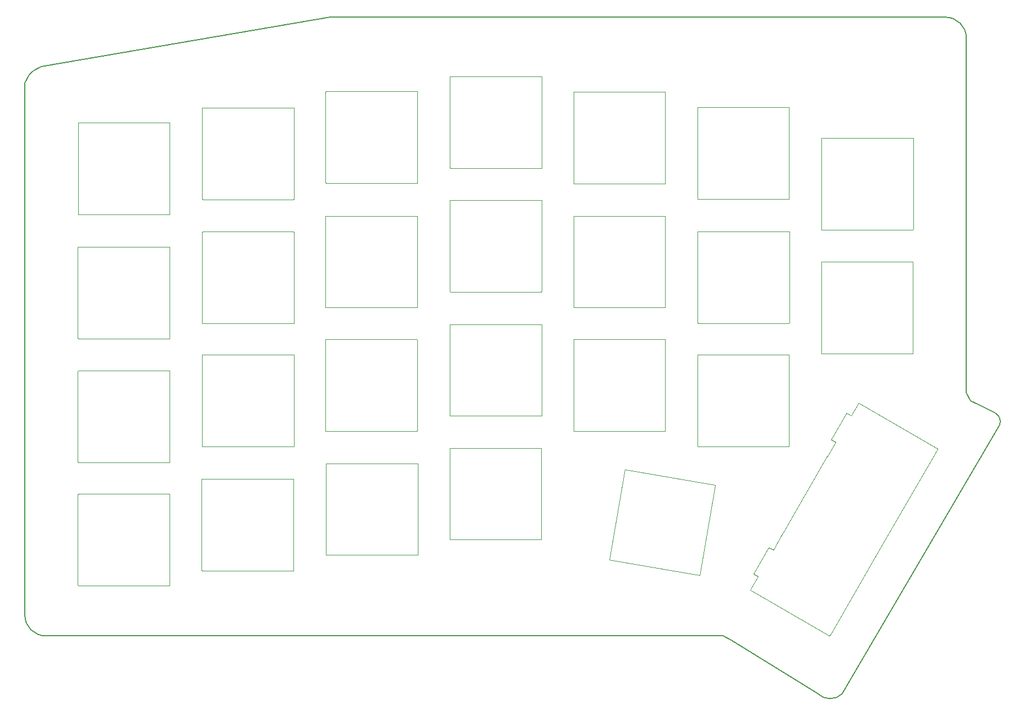
<source format=gbr>
G04 #@! TF.FileFunction,Profile,NP*
%FSLAX46Y46*%
G04 Gerber Fmt 4.6, Leading zero omitted, Abs format (unit mm)*
G04 Created by KiCad (PCBNEW 4.0.7) date 05/24/18 17:37:45*
%MOMM*%
%LPD*%
G01*
G04 APERTURE LIST*
%ADD10C,0.100000*%
%ADD11C,0.150000*%
G04 APERTURE END LIST*
D10*
D11*
X214630000Y-99695000D02*
X215900000Y-100330000D01*
X213995000Y-98425000D02*
X214630000Y-99695000D01*
X176530000Y-135890000D02*
X175895000Y-135890000D01*
X177800000Y-136525000D02*
X176530000Y-135890000D01*
X69215000Y-50800000D02*
X69215000Y-60960000D01*
X69850000Y-49530000D02*
X69215000Y-50800000D01*
X70485000Y-48895000D02*
X69850000Y-49530000D01*
X71755000Y-48260000D02*
X70485000Y-48895000D01*
X213995000Y-43815000D02*
G75*
G03X210820000Y-40640000I-3175000J0D01*
G01*
X213995000Y-45085000D02*
X213995000Y-43815000D01*
X72390000Y-135890000D02*
X73660000Y-135890000D01*
X69215000Y-131445000D02*
X69215000Y-132715000D01*
X69215000Y-132715000D02*
G75*
G03X72390000Y-135890000I3175000J0D01*
G01*
X215900000Y-100330000D02*
X218440000Y-101600000D01*
X219075000Y-103505000D02*
X194945000Y-144780000D01*
X219075000Y-103505000D02*
G75*
G03X218440000Y-101600000I-1270000J635000D01*
G01*
X213995000Y-98425000D02*
X213995000Y-95250000D01*
X213995000Y-45085000D02*
X213995000Y-95250000D01*
X191135000Y-144780000D02*
G75*
G03X194945000Y-144780000I1905000J1905000D01*
G01*
X177800000Y-136525000D02*
X191135000Y-144780000D01*
X172085000Y-135890000D02*
X175895000Y-135890000D01*
X101600000Y-135890000D02*
X172085000Y-135890000D01*
X73660000Y-135890000D02*
X101600000Y-135890000D01*
X116205000Y-40640000D02*
X210820000Y-40640000D01*
X71755000Y-48260000D02*
X116205000Y-40640000D01*
X69215000Y-84455000D02*
X69215000Y-60960000D01*
X69215000Y-131445000D02*
X69215000Y-84455000D01*
D10*
X134528000Y-106998000D02*
X134530000Y-106992000D01*
X134535000Y-106987000D02*
X134538000Y-106981000D01*
X134530000Y-106992000D02*
X134535000Y-106987000D01*
X148580000Y-121075000D02*
X148573000Y-121075000D01*
X134524000Y-121020000D02*
X134521000Y-121014000D01*
X148635000Y-106998000D02*
X148638000Y-107004000D01*
X134524000Y-107011000D02*
X134525000Y-107004000D01*
X134521000Y-121014000D02*
X134521000Y-121007000D01*
X148604000Y-121066000D02*
X148598000Y-121069000D01*
X148615000Y-106972000D02*
X148620000Y-106977000D01*
X148586000Y-106958000D02*
X148592000Y-106959000D01*
X148604000Y-106964000D02*
X148610000Y-106969000D01*
X134530000Y-121038000D02*
X134528000Y-121032000D01*
X134547000Y-121059000D02*
X134543000Y-121054000D01*
X134590000Y-121075000D02*
X134583000Y-121075000D01*
X134596000Y-121076000D02*
X134590000Y-121075000D01*
X148639000Y-121020000D02*
X148638000Y-121026000D01*
X148641000Y-107024000D02*
X148643000Y-107030000D01*
X134521000Y-107024000D02*
X134521000Y-107017000D01*
X134520000Y-121000000D02*
X134520000Y-107030000D01*
X134525000Y-121026000D02*
X134524000Y-121020000D01*
X134535000Y-121043000D02*
X134530000Y-121038000D01*
X134538000Y-121049000D02*
X134535000Y-121043000D01*
X134558000Y-121066000D02*
X134553000Y-121062000D01*
X134583000Y-121075000D02*
X134577000Y-121073000D01*
X148598000Y-121069000D02*
X148592000Y-121072000D01*
X148632000Y-106992000D02*
X148635000Y-106998000D01*
X148573000Y-121075000D02*
X148566000Y-121076000D01*
X148592000Y-121072000D02*
X148586000Y-121073000D01*
X134565000Y-121069000D02*
X134558000Y-121066000D01*
X134570000Y-121072000D02*
X134565000Y-121069000D01*
X148635000Y-121032000D02*
X148632000Y-121038000D01*
X148610000Y-121062000D02*
X148604000Y-121066000D01*
X148620000Y-121054000D02*
X148615000Y-121059000D01*
X148592000Y-106959000D02*
X148598000Y-106962000D01*
X148641000Y-121014000D02*
X148639000Y-121020000D01*
X148573000Y-106955000D02*
X148580000Y-106955000D01*
X134543000Y-121054000D02*
X134538000Y-121049000D01*
X134521000Y-107017000D02*
X134524000Y-107011000D01*
X148638000Y-121026000D02*
X148635000Y-121032000D01*
X148610000Y-106969000D02*
X148615000Y-106972000D01*
X148625000Y-106981000D02*
X148628000Y-106987000D01*
X134525000Y-107004000D02*
X134528000Y-106998000D01*
X148580000Y-106955000D02*
X148586000Y-106958000D01*
X134520000Y-107030000D02*
X134521000Y-107024000D01*
X148628000Y-106987000D02*
X148632000Y-106992000D01*
X134521000Y-121007000D02*
X134520000Y-121000000D01*
X148643000Y-107030000D02*
X148643000Y-121000000D01*
X148628000Y-121043000D02*
X148625000Y-121049000D01*
X148615000Y-121059000D02*
X148610000Y-121062000D01*
X134528000Y-121032000D02*
X134525000Y-121026000D01*
X134553000Y-121062000D02*
X134547000Y-121059000D01*
X148586000Y-121073000D02*
X148580000Y-121075000D01*
X148643000Y-121000000D02*
X148641000Y-121007000D01*
X148638000Y-107004000D02*
X148639000Y-107011000D01*
X134577000Y-121073000D02*
X134570000Y-121072000D01*
X148620000Y-106977000D02*
X148625000Y-106981000D01*
X148566000Y-121076000D02*
X134596000Y-121076000D01*
X148639000Y-107011000D02*
X148641000Y-107017000D01*
X148625000Y-121049000D02*
X148620000Y-121054000D01*
X148632000Y-121038000D02*
X148628000Y-121043000D01*
X148641000Y-121007000D02*
X148641000Y-121014000D01*
X148641000Y-107017000D02*
X148641000Y-107024000D01*
X148598000Y-106962000D02*
X148604000Y-106964000D01*
X153573000Y-71294200D02*
X153576000Y-71288000D01*
X153572000Y-85277500D02*
X153572000Y-71307500D01*
X153587000Y-85320700D02*
X153583000Y-85315600D01*
X153577000Y-85303500D02*
X153576000Y-85297000D01*
X167662000Y-85339200D02*
X167657000Y-85343500D01*
X167650000Y-71239200D02*
X167657000Y-71241500D01*
X153580000Y-85309300D02*
X153577000Y-85303500D01*
X153590000Y-85326400D02*
X153587000Y-85320700D01*
X153595000Y-85330700D02*
X153590000Y-85326400D01*
X153605000Y-85339200D02*
X153600000Y-85335800D01*
X153600000Y-85335800D02*
X153595000Y-85330700D01*
X167694000Y-85284000D02*
X167694000Y-85290700D01*
X167677000Y-85326400D02*
X167672000Y-85330700D01*
X153610000Y-85343500D02*
X153605000Y-85339200D01*
X153622000Y-85349100D02*
X153617000Y-85345700D01*
X167638000Y-71234700D02*
X167645000Y-71235900D01*
X153649000Y-85353700D02*
X153642000Y-85352500D01*
X167672000Y-85330700D02*
X167668000Y-85335800D01*
X167694000Y-71294200D02*
X167694000Y-71300900D01*
X153635000Y-85352500D02*
X153629000Y-85350200D01*
X167619000Y-85353700D02*
X153649000Y-85353700D01*
X167690000Y-85303500D02*
X167687000Y-85309300D01*
X167645000Y-85349100D02*
X167638000Y-85350200D01*
X167685000Y-85315600D02*
X167680000Y-85320700D01*
X167695000Y-85277500D02*
X167694000Y-85284000D01*
X167657000Y-71241500D02*
X167662000Y-71245800D01*
X167680000Y-71264300D02*
X167685000Y-71269400D01*
X167690000Y-71281400D02*
X167691000Y-71288000D01*
X167632000Y-71232400D02*
X167638000Y-71234700D01*
X167645000Y-71235900D02*
X167650000Y-71239200D01*
X167625000Y-85352500D02*
X167619000Y-85353700D01*
X167632000Y-85352500D02*
X167625000Y-85352500D01*
X167672000Y-71254200D02*
X167677000Y-71258500D01*
X167657000Y-85343500D02*
X167650000Y-85345700D01*
X167694000Y-85290700D02*
X167691000Y-85297000D01*
X167668000Y-71249100D02*
X167672000Y-71254200D01*
X167685000Y-71269400D02*
X167687000Y-71275600D01*
X167691000Y-85297000D02*
X167690000Y-85303500D01*
X153587000Y-71264300D02*
X153590000Y-71258500D01*
X153583000Y-71269400D02*
X153587000Y-71264300D01*
X153573000Y-85290700D02*
X153573000Y-85284000D01*
X153642000Y-85352500D02*
X153635000Y-85352500D01*
X153580000Y-71275600D02*
X153583000Y-71269400D01*
X153576000Y-85297000D02*
X153573000Y-85290700D01*
X167695000Y-71307500D02*
X167695000Y-85277500D01*
X153573000Y-71300900D02*
X153573000Y-71294200D01*
X167680000Y-85320700D02*
X167677000Y-85326400D01*
X167638000Y-85350200D02*
X167632000Y-85352500D01*
X153629000Y-85350200D02*
X153622000Y-85349100D01*
X167625000Y-71232400D02*
X167632000Y-71232400D01*
X167662000Y-71245800D02*
X167668000Y-71249100D01*
X153577000Y-71281400D02*
X153580000Y-71275600D01*
X153572000Y-71307500D02*
X153573000Y-71300900D01*
X167687000Y-85309300D02*
X167685000Y-85315600D01*
X153583000Y-85315600D02*
X153580000Y-85309300D01*
X167668000Y-85335800D02*
X167662000Y-85339200D01*
X167687000Y-71275600D02*
X167690000Y-71281400D01*
X153573000Y-85284000D02*
X153572000Y-85277500D01*
X153576000Y-71288000D02*
X153577000Y-71281400D01*
X153617000Y-85345700D02*
X153610000Y-85343500D01*
X167650000Y-85345700D02*
X167645000Y-85349100D01*
X167694000Y-71300900D02*
X167695000Y-71307500D01*
X167677000Y-71258500D02*
X167680000Y-71264300D01*
X167691000Y-71288000D02*
X167694000Y-71294200D01*
X115476000Y-71275600D02*
X115478000Y-71269400D01*
X115476000Y-85309300D02*
X115473000Y-85303500D01*
X115518000Y-71235900D02*
X115525000Y-71234700D01*
X115501000Y-71245800D02*
X115506000Y-71241500D01*
X115473000Y-71281400D02*
X115476000Y-71275600D01*
X129567000Y-85330700D02*
X129563000Y-85335800D01*
X115486000Y-71258500D02*
X115491000Y-71254200D01*
X115478000Y-85315600D02*
X115476000Y-85309300D01*
X115486000Y-85326400D02*
X115482000Y-85320700D01*
X129540000Y-85349100D02*
X129534000Y-85350200D01*
X129514000Y-85353700D02*
X115544000Y-85353700D01*
X129586000Y-85303500D02*
X129582000Y-85309300D01*
X115501000Y-85339200D02*
X115495000Y-85335800D01*
X115469000Y-85284000D02*
X115468000Y-85277500D01*
X129534000Y-85350200D02*
X129527000Y-85352500D01*
X115495000Y-71249100D02*
X115501000Y-71245800D01*
X115469000Y-85290700D02*
X115469000Y-85284000D01*
X115518000Y-85349100D02*
X115512000Y-85345700D01*
X129573000Y-85326400D02*
X129567000Y-85330700D01*
X129557000Y-85339200D02*
X129552000Y-85343500D01*
X115469000Y-71294200D02*
X115471000Y-71288000D01*
X129546000Y-85345700D02*
X129540000Y-85349100D01*
X115471000Y-71288000D02*
X115473000Y-71281400D01*
X115469000Y-71300900D02*
X115469000Y-71294200D01*
X129552000Y-85343500D02*
X129546000Y-85345700D01*
X129589000Y-85284000D02*
X129589000Y-85290700D01*
X115512000Y-85345700D02*
X115506000Y-85343500D01*
X129527000Y-85352500D02*
X129521000Y-85352500D01*
X129580000Y-85315600D02*
X129576000Y-85320700D01*
X129514000Y-71231300D02*
X129521000Y-71232400D01*
X129589000Y-85290700D02*
X129587000Y-85297000D01*
X129576000Y-85320700D02*
X129573000Y-85326400D01*
X115468000Y-71307500D02*
X115469000Y-71300900D01*
X115525000Y-85350200D02*
X115518000Y-85349100D01*
X129589000Y-71300900D02*
X129590000Y-71307500D01*
X129582000Y-85309300D02*
X129580000Y-85315600D01*
X115544000Y-71231300D02*
X129514000Y-71231300D01*
X115512000Y-71239200D02*
X115518000Y-71235900D01*
X115491000Y-85330700D02*
X115486000Y-85326400D01*
X129590000Y-71307500D02*
X129590000Y-85277500D01*
X115525000Y-71234700D02*
X115531000Y-71232400D01*
X115478000Y-71269400D02*
X115482000Y-71264300D01*
X115506000Y-71241500D02*
X115512000Y-71239200D01*
X115482000Y-85320700D02*
X115478000Y-85315600D01*
X115538000Y-85352500D02*
X115531000Y-85352500D01*
X129587000Y-85297000D02*
X129586000Y-85303500D01*
X115471000Y-85297000D02*
X115469000Y-85290700D01*
X115538000Y-71232400D02*
X115544000Y-71231300D01*
X115491000Y-71254200D02*
X115495000Y-71249100D01*
X115468000Y-85277500D02*
X115468000Y-71307500D01*
X115495000Y-85335800D02*
X115491000Y-85330700D01*
X115506000Y-85343500D02*
X115501000Y-85339200D01*
X115544000Y-85353700D02*
X115538000Y-85352500D01*
X115531000Y-85352500D02*
X115525000Y-85350200D01*
X129521000Y-85352500D02*
X129514000Y-85353700D01*
X115531000Y-71232400D02*
X115538000Y-71232400D01*
X115482000Y-71264300D02*
X115486000Y-71258500D01*
X115473000Y-85303500D02*
X115471000Y-85297000D01*
X129590000Y-85277500D02*
X129589000Y-85284000D01*
X129563000Y-85335800D02*
X129557000Y-85339200D01*
X172728000Y-87727300D02*
X172722000Y-87725000D01*
X172747000Y-73613900D02*
X172754000Y-73613900D01*
X172684000Y-73689000D02*
X172685000Y-73682400D01*
X129563000Y-71249100D02*
X129567000Y-71254200D01*
X172689000Y-73662900D02*
X172692000Y-73657200D01*
X172684000Y-87659000D02*
X172684000Y-73689000D01*
X172685000Y-87672200D02*
X172685000Y-87665600D01*
X129557000Y-71245800D02*
X129563000Y-71249100D01*
X172702000Y-73640000D02*
X172707000Y-73635700D01*
X172687000Y-73669500D02*
X172689000Y-73662900D01*
X129552000Y-71241500D02*
X129557000Y-71245800D01*
X172685000Y-73682400D02*
X172685000Y-73675800D01*
X129546000Y-71239200D02*
X129552000Y-71241500D01*
X129527000Y-71232400D02*
X129534000Y-71234700D01*
X129521000Y-71232400D02*
X129527000Y-71232400D01*
X172699000Y-87702200D02*
X172694000Y-87697100D01*
X172699000Y-73645800D02*
X172702000Y-73640000D01*
X172741000Y-87731800D02*
X172734000Y-87730600D01*
X186730000Y-73612800D02*
X186737000Y-73613900D01*
X172722000Y-73623000D02*
X172728000Y-73620700D01*
X172717000Y-73627300D02*
X172722000Y-73623000D01*
X172707000Y-73635700D02*
X172711000Y-73630600D01*
X172707000Y-87712300D02*
X172702000Y-87708000D01*
X186730000Y-87735200D02*
X172760000Y-87735200D01*
X172760000Y-87735200D02*
X172754000Y-87734000D01*
X172694000Y-73650900D02*
X172699000Y-73645800D01*
X172692000Y-87690800D02*
X172689000Y-87685100D01*
X172702000Y-87708000D02*
X172699000Y-87702200D01*
X172747000Y-87734000D02*
X172741000Y-87731800D01*
X172760000Y-73612800D02*
X186730000Y-73612800D01*
X172741000Y-73616200D02*
X172747000Y-73613900D01*
X172734000Y-73617400D02*
X172741000Y-73616200D01*
X172722000Y-87725000D02*
X172717000Y-87720700D01*
X186743000Y-87734000D02*
X186737000Y-87734000D01*
X172689000Y-87685100D02*
X172687000Y-87678500D01*
X172692000Y-73657200D02*
X172694000Y-73650900D01*
X172711000Y-87717400D02*
X172707000Y-87712300D01*
X172717000Y-87720700D02*
X172711000Y-87717400D01*
X186750000Y-87731800D02*
X186743000Y-87734000D01*
X129589000Y-71294200D02*
X129589000Y-71300900D01*
X186737000Y-87734000D02*
X186730000Y-87735200D01*
X129587000Y-71288000D02*
X129589000Y-71294200D01*
X129576000Y-71264300D02*
X129580000Y-71269400D01*
X172754000Y-87734000D02*
X172747000Y-87734000D01*
X129580000Y-71269400D02*
X129582000Y-71275600D01*
X129586000Y-71281400D02*
X129587000Y-71288000D01*
X129573000Y-71258500D02*
X129576000Y-71264300D01*
X129534000Y-71234700D02*
X129540000Y-71235900D01*
X172734000Y-87730600D02*
X172728000Y-87727300D01*
X172754000Y-73613900D02*
X172760000Y-73612800D01*
X172685000Y-73675800D02*
X172687000Y-73669500D01*
X172687000Y-87678500D02*
X172685000Y-87672200D01*
X129582000Y-71275600D02*
X129586000Y-71281400D01*
X186756000Y-87730600D02*
X186750000Y-87731800D01*
X129540000Y-71235900D02*
X129546000Y-71239200D01*
X172728000Y-73620700D02*
X172734000Y-73617400D01*
X172685000Y-87665600D02*
X172684000Y-87659000D01*
X172694000Y-87697100D02*
X172692000Y-87690800D01*
X129567000Y-71254200D02*
X129573000Y-71258500D01*
X172711000Y-73630600D02*
X172717000Y-73627300D01*
X96475400Y-73748500D02*
X96476500Y-73742000D01*
X96489900Y-87761700D02*
X96485600Y-87756600D01*
X186796000Y-87697100D02*
X186792000Y-87702200D01*
X186806000Y-87659000D02*
X186805000Y-87665600D01*
X186806000Y-73689000D02*
X186806000Y-87659000D01*
X186803000Y-73669500D02*
X186805000Y-73675800D01*
X186798000Y-73657200D02*
X186802000Y-73662900D01*
X186750000Y-73616200D02*
X186756000Y-73617400D01*
X186792000Y-73645800D02*
X186796000Y-73650900D01*
X186783000Y-73635700D02*
X186789000Y-73640000D01*
X186768000Y-73623000D02*
X186773000Y-73627300D01*
X186756000Y-73617400D02*
X186762000Y-73620700D01*
X96538300Y-73673500D02*
X96545000Y-73673500D01*
X96478800Y-73729000D02*
X96480000Y-73722500D01*
X96476500Y-73742000D02*
X96476500Y-73735300D01*
X96483300Y-87750400D02*
X96480000Y-87744600D01*
X96525500Y-73676900D02*
X96532100Y-73675800D01*
X110522000Y-73672300D02*
X110528000Y-73673500D01*
X96519700Y-73680300D02*
X96525500Y-73676900D01*
X96476500Y-87725100D02*
X96475400Y-87718500D01*
X186805000Y-87672200D02*
X186803000Y-87678500D01*
X186805000Y-73682400D02*
X186806000Y-73689000D01*
X186773000Y-73627300D02*
X186779000Y-73630600D01*
X96493200Y-73699500D02*
X96498300Y-73695300D01*
X96489900Y-73705300D02*
X96493200Y-73699500D01*
X96508400Y-73686800D02*
X96513500Y-73682500D01*
X186762000Y-73620700D02*
X186768000Y-73623000D01*
X186737000Y-73613900D02*
X186743000Y-73613900D01*
X96498300Y-73695300D02*
X96502600Y-73690200D01*
X96485600Y-87756600D02*
X96483300Y-87750400D01*
X96478800Y-87738000D02*
X96476500Y-87731800D01*
X186743000Y-73613900D02*
X186750000Y-73616200D01*
X96480000Y-73722500D02*
X96483300Y-73716700D01*
X186762000Y-87727300D02*
X186756000Y-87730600D01*
X186779000Y-87717400D02*
X186773000Y-87720700D01*
X186802000Y-87685100D02*
X186798000Y-87690800D01*
X186803000Y-87678500D02*
X186802000Y-87685100D01*
X96532100Y-73675800D02*
X96538300Y-73673500D01*
X186789000Y-73640000D02*
X186792000Y-73645800D01*
X186779000Y-73630600D02*
X186783000Y-73635700D01*
X96513500Y-73682500D02*
X96519700Y-73680300D01*
X186768000Y-87725000D02*
X186762000Y-87727300D01*
X186773000Y-87720700D02*
X186768000Y-87725000D01*
X186783000Y-87712300D02*
X186779000Y-87717400D01*
X96502600Y-73690200D02*
X96508400Y-73686800D01*
X96475400Y-87718500D02*
X96475400Y-73748500D01*
X186789000Y-87708000D02*
X186783000Y-87712300D01*
X186792000Y-87702200D02*
X186789000Y-87708000D01*
X96480000Y-87744600D02*
X96478800Y-87738000D01*
X186798000Y-87690800D02*
X186796000Y-87697100D01*
X96485600Y-73710400D02*
X96489900Y-73705300D01*
X96483300Y-73716700D02*
X96485600Y-73710400D01*
X96551600Y-73672300D02*
X110522000Y-73672300D01*
X96476500Y-73735300D02*
X96478800Y-73729000D01*
X186805000Y-73675800D02*
X186805000Y-73682400D01*
X186796000Y-73650900D02*
X186798000Y-73657200D01*
X186805000Y-87665600D02*
X186805000Y-87672200D01*
X186802000Y-73662900D02*
X186803000Y-73669500D01*
X96545000Y-73673500D02*
X96551600Y-73672300D01*
X96476500Y-87731800D02*
X96476500Y-87725100D01*
X77413800Y-75998900D02*
X77420400Y-75997700D01*
X110583000Y-87761700D02*
X110580000Y-87767500D01*
X96519700Y-87786800D02*
X96513500Y-87784500D01*
X96538300Y-87793600D02*
X96532100Y-87791300D01*
X96525500Y-87790100D02*
X96519700Y-87786800D01*
X110575000Y-73695300D02*
X110580000Y-73699500D01*
X110560000Y-73682500D02*
X110565000Y-73686800D01*
X110528000Y-87793600D02*
X110522000Y-87794700D01*
X110594000Y-87738000D02*
X110593000Y-87744600D01*
X96545000Y-87793600D02*
X96538300Y-87793600D01*
X110522000Y-87794700D02*
X96551600Y-87794700D01*
X96551600Y-87794700D02*
X96545000Y-87793600D01*
X77390900Y-76012100D02*
X77396700Y-76008800D01*
X110598000Y-87718500D02*
X110597000Y-87725100D01*
X110593000Y-73722500D02*
X110594000Y-73729000D01*
X110553000Y-73680300D02*
X110560000Y-73682500D01*
X110565000Y-87780200D02*
X110560000Y-87784500D01*
X110597000Y-87725100D02*
X110597000Y-87731800D01*
X110588000Y-87756600D02*
X110583000Y-87761700D01*
X110580000Y-87767500D02*
X110575000Y-87771800D01*
X110571000Y-73690200D02*
X110575000Y-73695300D01*
X110565000Y-73686800D02*
X110571000Y-73690200D01*
X110594000Y-73729000D02*
X110597000Y-73735300D01*
X77420400Y-75997700D02*
X77426700Y-75995500D01*
X110528000Y-73673500D02*
X110535000Y-73673500D01*
X77439900Y-75994300D02*
X91409900Y-75994300D01*
X110580000Y-73699500D02*
X110583000Y-73705300D01*
X77408000Y-76002200D02*
X77413800Y-75998900D01*
X110535000Y-87793600D02*
X110528000Y-87793600D01*
X110588000Y-73710400D02*
X110590000Y-73716700D01*
X110541000Y-73675800D02*
X110548000Y-73676900D01*
X110535000Y-73673500D02*
X110541000Y-73675800D01*
X110553000Y-87786800D02*
X110548000Y-87790100D01*
X110571000Y-87776900D02*
X110565000Y-87780200D01*
X110560000Y-87784500D02*
X110553000Y-87786800D01*
X110597000Y-87731800D02*
X110594000Y-87738000D01*
X110583000Y-73705300D02*
X110588000Y-73710400D01*
X110598000Y-73748500D02*
X110598000Y-87718500D01*
X77401800Y-76004500D02*
X77408000Y-76002200D01*
X110548000Y-73676900D02*
X110553000Y-73680300D01*
X110597000Y-73742000D02*
X110598000Y-73748500D01*
X91409900Y-75994300D02*
X91416500Y-75995500D01*
X110548000Y-87790100D02*
X110541000Y-87791300D01*
X110590000Y-73716700D02*
X110593000Y-73722500D01*
X77426700Y-75995500D02*
X77433300Y-75995500D01*
X110593000Y-87744600D02*
X110590000Y-87750400D01*
X96493200Y-87767500D02*
X96489900Y-87761700D01*
X96498300Y-87771800D02*
X96493200Y-87767500D01*
X96502600Y-87776900D02*
X96498300Y-87771800D01*
X96508400Y-87780200D02*
X96502600Y-87776900D01*
X96532100Y-87791300D02*
X96525500Y-87790100D01*
X110541000Y-87791300D02*
X110535000Y-87793600D01*
X110575000Y-87771800D02*
X110571000Y-87776900D01*
X110597000Y-73735300D02*
X110597000Y-73742000D01*
X77396700Y-76008800D02*
X77401800Y-76004500D01*
X77386600Y-76017200D02*
X77390900Y-76012100D01*
X77433300Y-75995500D02*
X77439900Y-75994300D01*
X77381500Y-76021500D02*
X77386600Y-76017200D01*
X96513500Y-87784500D02*
X96508400Y-87780200D01*
X110590000Y-87750400D02*
X110588000Y-87756600D01*
X77378200Y-90083700D02*
X77373900Y-90078600D01*
X77381500Y-90089500D02*
X77378200Y-90083700D01*
X91475900Y-76032400D02*
X91478200Y-76038700D01*
X77426700Y-90115600D02*
X77420400Y-90113300D01*
X77396700Y-90102200D02*
X77390900Y-90098900D01*
X91435900Y-75998900D02*
X91441700Y-76002200D01*
X77439900Y-90116700D02*
X77433300Y-90115600D01*
X91409900Y-90116700D02*
X77439900Y-90116700D01*
X91484900Y-90047100D02*
X91484900Y-90053700D01*
X91453100Y-76008800D02*
X91458900Y-76012100D01*
X77378200Y-76027300D02*
X77381500Y-76021500D01*
X77373900Y-76032400D02*
X77378200Y-76027300D01*
X77371600Y-76038700D02*
X77373900Y-76032400D01*
X77368300Y-76044400D02*
X77371600Y-76038700D01*
X77367100Y-76051000D02*
X77368300Y-76044400D01*
X77390900Y-90098900D02*
X77386600Y-90093800D01*
X91481500Y-90066600D02*
X91478200Y-90072300D01*
X91453100Y-90102200D02*
X91448000Y-90106500D01*
X77364800Y-76057300D02*
X77367100Y-76051000D01*
X77364800Y-76063900D02*
X77364800Y-76057300D01*
X77364800Y-90047100D02*
X77363700Y-90040500D01*
X91458900Y-90098900D02*
X91453100Y-90102200D01*
X77368300Y-90066600D02*
X77367100Y-90060000D01*
X77373900Y-90078600D02*
X77371600Y-90072300D01*
X77413800Y-90112100D02*
X77408000Y-90108800D01*
X91441700Y-90108800D02*
X91435900Y-90112100D01*
X91486100Y-76070500D02*
X91486100Y-90040500D01*
X91423100Y-90115600D02*
X91416500Y-90115600D01*
X91468300Y-90089500D02*
X91463100Y-90093800D01*
X91471600Y-76027300D02*
X91475900Y-76032400D01*
X91441700Y-76002200D02*
X91448000Y-76004500D01*
X91429400Y-75997700D02*
X91435900Y-75998900D01*
X77420400Y-90113300D02*
X77413800Y-90112100D01*
X77364800Y-90053700D02*
X77364800Y-90047100D01*
X91478200Y-76038700D02*
X91481500Y-76044400D01*
X91486100Y-90040500D02*
X91484900Y-90047100D01*
X91435900Y-90112100D02*
X91429400Y-90113300D01*
X77363700Y-76070500D02*
X77364800Y-76063900D01*
X91416500Y-75995500D02*
X91423100Y-75995500D01*
X77401800Y-90106500D02*
X77396700Y-90102200D01*
X91478200Y-90072300D02*
X91475900Y-90078600D01*
X77363700Y-90040500D02*
X77363700Y-76070500D01*
X91423100Y-75995500D02*
X91429400Y-75997700D01*
X91416500Y-90115600D02*
X91409900Y-90116700D01*
X77367100Y-90060000D02*
X77364800Y-90053700D01*
X77371600Y-90072300D02*
X77368300Y-90066600D01*
X77386600Y-90093800D02*
X77381500Y-90089500D01*
X77408000Y-90108800D02*
X77401800Y-90106500D01*
X91471600Y-90083700D02*
X91468300Y-90089500D01*
X77433300Y-90115600D02*
X77426700Y-90115600D01*
X91429400Y-90113300D02*
X91423100Y-90115600D01*
X91448000Y-90106500D02*
X91441700Y-90108800D01*
X91463100Y-90093800D02*
X91458900Y-90098900D01*
X91448000Y-76004500D02*
X91453100Y-76008800D01*
X91484900Y-90053700D02*
X91482600Y-90060000D01*
X91463100Y-76017200D02*
X91468300Y-76021500D01*
X91475900Y-90078600D02*
X91471600Y-90083700D01*
X91484900Y-76063900D02*
X91486100Y-76070500D01*
X91482600Y-76051000D02*
X91484900Y-76057300D01*
X91481500Y-76044400D02*
X91482600Y-76051000D01*
X91468300Y-76021500D02*
X91471600Y-76027300D01*
X91482600Y-90060000D02*
X91481500Y-90066600D01*
X91458900Y-76012100D02*
X91463100Y-76017200D01*
X91484900Y-76057300D02*
X91484900Y-76063900D01*
X191694000Y-78343500D02*
X191700000Y-78339200D01*
X191721000Y-92430800D02*
X191715000Y-92428500D01*
X205755000Y-92430800D02*
X205749000Y-92434100D01*
X191678000Y-78379300D02*
X191680000Y-78373000D01*
X191733000Y-78319700D02*
X191740000Y-78317400D01*
X191694000Y-92411500D02*
X191691000Y-92405700D01*
X191753000Y-78316300D02*
X205723000Y-78316300D01*
X205749000Y-92434100D02*
X205742000Y-92435300D01*
X191704000Y-78334100D02*
X191710000Y-78330800D01*
X191680000Y-78373000D02*
X191681000Y-78366400D01*
X191681000Y-92388600D02*
X191680000Y-92382000D01*
X205723000Y-92438700D02*
X191753000Y-92438700D01*
X205796000Y-92382000D02*
X205794000Y-92388600D01*
X205781000Y-92411500D02*
X205776000Y-92415800D01*
X191678000Y-78385900D02*
X191678000Y-78379300D01*
X191704000Y-92420900D02*
X191700000Y-92415800D01*
X205799000Y-92362500D02*
X205798000Y-92369100D01*
X205736000Y-92437500D02*
X205729000Y-92437500D01*
X205723000Y-78316300D02*
X205729000Y-78317400D01*
X191687000Y-78354400D02*
X191691000Y-78349300D01*
X205772000Y-92420900D02*
X205766000Y-92424200D01*
X205766000Y-92424200D02*
X205761000Y-92428500D01*
X191715000Y-78326500D02*
X191721000Y-78324200D01*
X191687000Y-92400600D02*
X191685000Y-92394300D01*
X205789000Y-92400600D02*
X205785000Y-92405700D01*
X205794000Y-92388600D02*
X205791000Y-92394300D01*
X191710000Y-78330800D02*
X191715000Y-78326500D01*
X191678000Y-92375700D02*
X191678000Y-92369100D01*
X191715000Y-92428500D02*
X191710000Y-92424200D01*
X205776000Y-92415800D02*
X205772000Y-92420900D01*
X191740000Y-92437500D02*
X191733000Y-92435300D01*
X205742000Y-92435300D02*
X205736000Y-92437500D01*
X191685000Y-78360700D02*
X191687000Y-78354400D01*
X191680000Y-92382000D02*
X191678000Y-92375700D01*
X191677000Y-92362500D02*
X191677000Y-78392500D01*
X191677000Y-78392500D02*
X191678000Y-78385900D01*
X191685000Y-92394300D02*
X191681000Y-92388600D01*
X191727000Y-92434100D02*
X191721000Y-92430800D01*
X191691000Y-78349300D02*
X191694000Y-78343500D01*
X191678000Y-92369100D02*
X191677000Y-92362500D01*
X205798000Y-92375700D02*
X205796000Y-92382000D01*
X205729000Y-92437500D02*
X205723000Y-92438700D01*
X191710000Y-92424200D02*
X191704000Y-92420900D01*
X191733000Y-92435300D02*
X191727000Y-92434100D01*
X205761000Y-92428500D02*
X205755000Y-92430800D01*
X191746000Y-78317400D02*
X191753000Y-78316300D01*
X191740000Y-78317400D02*
X191746000Y-78317400D01*
X191727000Y-78320900D02*
X191733000Y-78319700D01*
X191721000Y-78324200D02*
X191727000Y-78320900D01*
X191746000Y-92437500D02*
X191740000Y-92437500D01*
X191700000Y-92415800D02*
X191694000Y-92411500D01*
X191700000Y-78339200D02*
X191704000Y-78334100D01*
X191681000Y-78366400D02*
X191685000Y-78360700D01*
X191753000Y-92438700D02*
X191746000Y-92437500D01*
X191691000Y-92405700D02*
X191687000Y-92400600D01*
X205791000Y-92394300D02*
X205789000Y-92400600D01*
X205798000Y-92369100D02*
X205798000Y-92375700D01*
X205785000Y-92405700D02*
X205781000Y-92411500D01*
X205799000Y-78392500D02*
X205799000Y-92362500D01*
X205798000Y-78385900D02*
X205799000Y-78392500D01*
X205798000Y-78379300D02*
X205798000Y-78385900D01*
X148626000Y-87901900D02*
X148632000Y-87903100D01*
X134581000Y-101961000D02*
X134581000Y-101955000D01*
X205772000Y-78334100D02*
X205776000Y-78339200D01*
X205766000Y-78330800D02*
X205772000Y-78334100D01*
X134649000Y-87903100D02*
X134656000Y-87901900D01*
X134581000Y-101955000D02*
X134580000Y-101948000D01*
X134636000Y-102021000D02*
X134630000Y-102020000D01*
X134656000Y-87901900D02*
X148626000Y-87901900D01*
X134590000Y-87940000D02*
X134594000Y-87934900D01*
X134630000Y-87906500D02*
X134636000Y-87905300D01*
X134590000Y-101986000D02*
X134588000Y-101980000D01*
X134613000Y-102010000D02*
X134607000Y-102006000D01*
X134603000Y-102001000D02*
X134598000Y-101997000D01*
X134584000Y-101974000D02*
X134583000Y-101968000D01*
X134649000Y-102023000D02*
X134643000Y-102023000D01*
X148639000Y-102023000D02*
X148632000Y-102023000D01*
X205794000Y-78366400D02*
X205796000Y-78373000D01*
X134636000Y-87905300D02*
X134643000Y-87903100D01*
X148632000Y-102023000D02*
X148626000Y-102024000D01*
X134607000Y-87919700D02*
X134613000Y-87916400D01*
X134603000Y-87924800D02*
X134607000Y-87919700D01*
X134584000Y-87952000D02*
X134588000Y-87946300D01*
X134580000Y-87978100D02*
X134581000Y-87971500D01*
X134594000Y-101991000D02*
X134590000Y-101986000D01*
X205789000Y-78354400D02*
X205791000Y-78360700D01*
X205785000Y-78349300D02*
X205789000Y-78354400D01*
X205776000Y-78339200D02*
X205781000Y-78343500D01*
X134594000Y-87934900D02*
X134598000Y-87929100D01*
X205755000Y-78324200D02*
X205761000Y-78326500D01*
X148626000Y-102024000D02*
X134656000Y-102024000D01*
X134630000Y-102020000D02*
X134624000Y-102016000D01*
X205761000Y-78326500D02*
X205766000Y-78330800D01*
X134643000Y-87903100D02*
X134649000Y-87903100D01*
X134624000Y-87909800D02*
X134630000Y-87906500D01*
X134588000Y-101980000D02*
X134584000Y-101974000D01*
X205742000Y-78319700D02*
X205749000Y-78320900D01*
X134607000Y-102006000D02*
X134603000Y-102001000D01*
X205796000Y-78373000D02*
X205798000Y-78379300D01*
X205791000Y-78360700D02*
X205794000Y-78366400D01*
X205736000Y-78317400D02*
X205742000Y-78319700D01*
X205729000Y-78317400D02*
X205736000Y-78317400D01*
X134613000Y-87916400D02*
X134618000Y-87912100D01*
X134598000Y-87929100D02*
X134603000Y-87924800D01*
X134598000Y-101997000D02*
X134594000Y-101991000D01*
X148645000Y-102021000D02*
X148639000Y-102023000D01*
X148652000Y-102020000D02*
X148645000Y-102021000D01*
X134581000Y-87964900D02*
X134583000Y-87958600D01*
X134583000Y-101968000D02*
X134581000Y-101961000D01*
X205749000Y-78320900D02*
X205755000Y-78324200D01*
X134618000Y-87912100D02*
X134624000Y-87909800D01*
X134588000Y-87946300D02*
X134590000Y-87940000D01*
X134624000Y-102016000D02*
X134618000Y-102014000D01*
X134656000Y-102024000D02*
X134649000Y-102023000D01*
X134583000Y-87958600D02*
X134584000Y-87952000D01*
X134581000Y-87971500D02*
X134581000Y-87964900D01*
X134580000Y-101948000D02*
X134580000Y-87978100D01*
X134643000Y-102023000D02*
X134636000Y-102021000D01*
X134618000Y-102014000D02*
X134613000Y-102010000D01*
X205781000Y-78343500D02*
X205785000Y-78349300D01*
X148669000Y-87916400D02*
X148675000Y-87919700D01*
X148692000Y-87940000D02*
X148694000Y-87946300D01*
X148688000Y-87934900D02*
X148692000Y-87940000D01*
X115426000Y-90251100D02*
X115431000Y-90246800D01*
X115413000Y-104296000D02*
X115412000Y-104290000D01*
X115423000Y-104313000D02*
X115419000Y-104308000D01*
X148669000Y-102010000D02*
X148664000Y-102014000D01*
X115436000Y-90241700D02*
X115441000Y-90238400D01*
X148675000Y-102006000D02*
X148669000Y-102010000D01*
X115408000Y-90300100D02*
X115410000Y-90293500D01*
X148692000Y-101986000D02*
X148688000Y-101991000D01*
X148701000Y-101955000D02*
X148701000Y-101961000D01*
X148702000Y-101948000D02*
X148701000Y-101955000D01*
X115413000Y-90274000D02*
X115416000Y-90268300D01*
X148701000Y-87971500D02*
X148702000Y-87978100D01*
X148699000Y-87958600D02*
X148701000Y-87964900D01*
X115419000Y-90262000D02*
X115423000Y-90256900D01*
X129455000Y-90223900D02*
X129461000Y-90225000D01*
X148698000Y-87952000D02*
X148699000Y-87958600D01*
X148664000Y-87912100D02*
X148669000Y-87916400D01*
X115485000Y-90223900D02*
X129455000Y-90223900D01*
X115478000Y-90225000D02*
X115485000Y-90223900D01*
X115431000Y-90246800D02*
X115436000Y-90241700D01*
X115471000Y-90225000D02*
X115478000Y-90225000D01*
X115465000Y-90227300D02*
X115471000Y-90225000D01*
X115412000Y-90280600D02*
X115413000Y-90274000D01*
X115410000Y-90293500D02*
X115410000Y-90286900D01*
X115412000Y-104290000D02*
X115410000Y-104283000D01*
X115416000Y-104302000D02*
X115413000Y-104296000D01*
X148658000Y-87909800D02*
X148664000Y-87912100D01*
X115416000Y-90268300D02*
X115419000Y-90262000D01*
X148639000Y-87903100D02*
X148645000Y-87905300D01*
X148645000Y-87905300D02*
X148652000Y-87906500D01*
X115441000Y-90238400D02*
X115447000Y-90234100D01*
X148658000Y-102016000D02*
X148652000Y-102020000D01*
X148664000Y-102014000D02*
X148658000Y-102016000D01*
X148679000Y-87924800D02*
X148684000Y-87929100D01*
X148694000Y-87946300D02*
X148698000Y-87952000D01*
X148652000Y-87906500D02*
X148658000Y-87909800D01*
X148679000Y-102001000D02*
X148675000Y-102006000D01*
X148699000Y-101968000D02*
X148698000Y-101974000D01*
X115423000Y-90256900D02*
X115426000Y-90251100D01*
X148684000Y-101997000D02*
X148679000Y-102001000D01*
X115453000Y-90231800D02*
X115459000Y-90228500D01*
X148701000Y-87964900D02*
X148701000Y-87971500D01*
X148675000Y-87919700D02*
X148679000Y-87924800D01*
X148632000Y-87903100D02*
X148639000Y-87903100D01*
X115410000Y-104283000D02*
X115410000Y-104277000D01*
X115410000Y-90286900D02*
X115412000Y-90280600D01*
X148688000Y-101991000D02*
X148684000Y-101997000D01*
X148698000Y-101974000D02*
X148694000Y-101980000D01*
X148702000Y-87978100D02*
X148702000Y-101948000D01*
X115419000Y-104308000D02*
X115416000Y-104302000D01*
X115408000Y-104270000D02*
X115408000Y-90300100D01*
X148694000Y-101980000D02*
X148692000Y-101986000D01*
X148701000Y-101961000D02*
X148699000Y-101968000D01*
X115447000Y-90234100D02*
X115453000Y-90231800D01*
X115410000Y-104277000D02*
X115408000Y-104270000D01*
X148684000Y-87929100D02*
X148688000Y-87934900D01*
X115459000Y-90228500D02*
X115465000Y-90227300D01*
X129498000Y-90238400D02*
X129504000Y-90241700D01*
X115465000Y-104343000D02*
X115459000Y-104342000D01*
X115478000Y-104345000D02*
X115471000Y-104345000D01*
X153617000Y-90231800D02*
X153622000Y-90228500D01*
X129493000Y-104336000D02*
X129487000Y-104338000D01*
X129504000Y-104328000D02*
X129498000Y-104332000D01*
X153595000Y-90246800D02*
X153600000Y-90241700D01*
X129493000Y-90234100D02*
X129498000Y-90238400D01*
X153600000Y-90241700D02*
X153605000Y-90238400D01*
X167619000Y-90223900D02*
X167625000Y-90225000D01*
X129498000Y-104332000D02*
X129493000Y-104336000D01*
X129530000Y-90286900D02*
X129530000Y-90293500D01*
X129487000Y-90231800D02*
X129493000Y-90234100D01*
X129516000Y-104313000D02*
X129513000Y-104319000D01*
X129530000Y-104283000D02*
X129527000Y-104290000D01*
X129461000Y-90225000D02*
X129468000Y-90225000D01*
X129481000Y-90228500D02*
X129487000Y-90231800D01*
X115459000Y-104342000D02*
X115453000Y-104338000D01*
X115471000Y-104345000D02*
X115465000Y-104343000D01*
X129455000Y-104346000D02*
X115485000Y-104346000D01*
X129474000Y-104343000D02*
X129468000Y-104345000D01*
X129527000Y-90280600D02*
X129530000Y-90286900D01*
X129508000Y-104323000D02*
X129504000Y-104328000D01*
X129516000Y-90256900D02*
X129521000Y-90262000D01*
X153590000Y-90251100D02*
X153595000Y-90246800D01*
X129513000Y-104319000D02*
X129508000Y-104323000D01*
X129531000Y-90300100D02*
X129531000Y-104270000D01*
X129474000Y-90227300D02*
X129481000Y-90228500D01*
X129530000Y-104277000D02*
X129530000Y-104283000D01*
X153649000Y-90223900D02*
X167619000Y-90223900D01*
X115426000Y-104319000D02*
X115423000Y-104313000D01*
X115431000Y-104323000D02*
X115426000Y-104319000D01*
X153635000Y-90225000D02*
X153642000Y-90225000D01*
X115485000Y-104346000D02*
X115478000Y-104345000D01*
X129526000Y-104296000D02*
X129523000Y-104302000D01*
X129527000Y-104290000D02*
X129526000Y-104296000D01*
X129513000Y-90251100D02*
X129516000Y-90256900D01*
X129508000Y-90246800D02*
X129513000Y-90251100D01*
X129468000Y-90225000D02*
X129474000Y-90227300D01*
X153622000Y-90228500D02*
X153629000Y-90227300D01*
X129468000Y-104345000D02*
X129461000Y-104345000D01*
X115436000Y-104328000D02*
X115431000Y-104323000D01*
X115441000Y-104332000D02*
X115436000Y-104328000D01*
X129531000Y-104270000D02*
X129530000Y-104277000D01*
X129526000Y-90274000D02*
X129527000Y-90280600D01*
X153605000Y-90238400D02*
X153610000Y-90234100D01*
X115447000Y-104336000D02*
X115441000Y-104332000D01*
X115453000Y-104338000D02*
X115447000Y-104336000D01*
X129461000Y-104345000D02*
X129455000Y-104346000D01*
X129481000Y-104342000D02*
X129474000Y-104343000D01*
X129487000Y-104338000D02*
X129481000Y-104342000D01*
X129523000Y-104302000D02*
X129521000Y-104308000D01*
X129523000Y-90268300D02*
X129526000Y-90274000D01*
X129504000Y-90241700D02*
X129508000Y-90246800D01*
X129521000Y-104308000D02*
X129516000Y-104313000D01*
X153642000Y-90225000D02*
X153649000Y-90223900D01*
X129530000Y-90293500D02*
X129531000Y-90300100D01*
X153610000Y-90234100D02*
X153617000Y-90231800D01*
X153629000Y-90227300D02*
X153635000Y-90225000D01*
X129521000Y-90262000D02*
X129523000Y-90268300D01*
X153573000Y-104283000D02*
X153573000Y-104277000D01*
X153576000Y-104290000D02*
X153573000Y-104283000D01*
X167662000Y-104332000D02*
X167657000Y-104336000D01*
X167694000Y-90286900D02*
X167694000Y-90293500D01*
X167650000Y-90231800D02*
X167657000Y-90234100D01*
X167645000Y-90228500D02*
X167650000Y-90231800D01*
X167645000Y-104342000D02*
X167638000Y-104343000D01*
X167638000Y-104343000D02*
X167632000Y-104345000D01*
X167691000Y-104290000D02*
X167690000Y-104296000D01*
X153577000Y-104296000D02*
X153576000Y-104290000D01*
X153605000Y-104332000D02*
X153600000Y-104328000D01*
X153642000Y-104345000D02*
X153635000Y-104345000D01*
X167657000Y-104336000D02*
X167650000Y-104338000D01*
X167680000Y-90256900D02*
X167685000Y-90262000D01*
X167677000Y-104319000D02*
X167672000Y-104323000D01*
X167695000Y-90300100D02*
X167695000Y-104270000D01*
X167685000Y-90262000D02*
X167687000Y-90268300D01*
X167672000Y-90246800D02*
X167677000Y-90251100D01*
X167657000Y-90234100D02*
X167662000Y-90238400D01*
X167632000Y-90225000D02*
X167638000Y-90227300D01*
X167668000Y-104328000D02*
X167662000Y-104332000D01*
X167690000Y-90274000D02*
X167691000Y-90280600D01*
X167672000Y-104323000D02*
X167668000Y-104328000D01*
X167680000Y-104313000D02*
X167677000Y-104319000D01*
X167687000Y-104302000D02*
X167685000Y-104308000D01*
X167694000Y-104283000D02*
X167691000Y-104290000D01*
X167694000Y-90293500D02*
X167695000Y-90300100D01*
X167677000Y-90251100D02*
X167680000Y-90256900D01*
X167625000Y-90225000D02*
X167632000Y-90225000D01*
X153587000Y-90256900D02*
X153590000Y-90251100D01*
X153573000Y-104277000D02*
X153572000Y-104270000D01*
X167687000Y-90268300D02*
X167690000Y-90274000D01*
X153576000Y-90280600D02*
X153577000Y-90274000D01*
X153573000Y-90286900D02*
X153576000Y-90280600D01*
X153572000Y-90300100D02*
X153573000Y-90293500D01*
X153635000Y-104345000D02*
X153629000Y-104343000D01*
X167632000Y-104345000D02*
X167625000Y-104345000D01*
X153587000Y-104313000D02*
X153583000Y-104308000D01*
X153649000Y-104346000D02*
X153642000Y-104345000D01*
X153583000Y-90262000D02*
X153587000Y-90256900D01*
X153572000Y-104270000D02*
X153572000Y-90300100D01*
X167694000Y-104277000D02*
X167694000Y-104283000D01*
X153595000Y-104323000D02*
X153590000Y-104319000D01*
X167691000Y-90280600D02*
X167694000Y-90286900D01*
X153580000Y-90268300D02*
X153583000Y-90262000D01*
X153577000Y-90274000D02*
X153580000Y-90268300D01*
X153573000Y-90293500D02*
X153573000Y-90286900D01*
X167650000Y-104338000D02*
X167645000Y-104342000D01*
X153580000Y-104302000D02*
X153577000Y-104296000D01*
X153617000Y-104338000D02*
X153610000Y-104336000D01*
X153583000Y-104308000D02*
X153580000Y-104302000D01*
X153600000Y-104328000D02*
X153595000Y-104323000D01*
X167690000Y-104296000D02*
X167687000Y-104302000D01*
X167695000Y-104270000D02*
X167694000Y-104277000D01*
X153610000Y-104336000D02*
X153605000Y-104332000D01*
X167685000Y-104308000D02*
X167680000Y-104313000D01*
X153629000Y-104343000D02*
X153622000Y-104342000D01*
X167668000Y-90241700D02*
X167672000Y-90246800D01*
X167662000Y-90238400D02*
X167668000Y-90241700D01*
X153590000Y-104319000D02*
X153587000Y-104313000D01*
X153622000Y-104342000D02*
X153617000Y-104338000D01*
X167619000Y-104346000D02*
X153649000Y-104346000D01*
X167638000Y-90227300D02*
X167645000Y-90228500D01*
X167625000Y-104345000D02*
X167619000Y-104346000D01*
X186709000Y-106718000D02*
X186703000Y-106720000D01*
X172629000Y-106678000D02*
X172628000Y-106671000D01*
X186724000Y-106705000D02*
X186720000Y-106710000D01*
X186747000Y-106652000D02*
X186746000Y-106658000D01*
X172632000Y-92649800D02*
X172635000Y-92643500D01*
X186677000Y-106727000D02*
X186671000Y-106728000D01*
X172657000Y-106713000D02*
X172652000Y-106710000D01*
X172701000Y-106728000D02*
X172694000Y-106727000D01*
X186684000Y-106727000D02*
X186677000Y-106727000D01*
X186746000Y-106665000D02*
X186743000Y-106671000D01*
X186671000Y-92605400D02*
X186677000Y-92606600D01*
X172687000Y-92606600D02*
X172694000Y-92606600D01*
X186746000Y-92675000D02*
X186747000Y-92681600D01*
X172675000Y-92610000D02*
X172681000Y-92608800D01*
X186746000Y-106658000D02*
X186746000Y-106665000D01*
X172681000Y-92608800D02*
X172687000Y-92606600D01*
X172647000Y-92628300D02*
X172652000Y-92623200D01*
X172628000Y-92662100D02*
X172629000Y-92655500D01*
X186729000Y-106701000D02*
X186724000Y-106705000D01*
X186671000Y-106728000D02*
X172701000Y-106728000D01*
X172626000Y-106658000D02*
X172624000Y-106652000D01*
X172635000Y-106690000D02*
X172632000Y-106683000D01*
X172675000Y-106723000D02*
X172669000Y-106720000D01*
X172681000Y-106724000D02*
X172675000Y-106723000D01*
X186703000Y-106720000D02*
X186697000Y-106723000D01*
X186743000Y-106671000D02*
X186742000Y-106678000D01*
X172626000Y-92675000D02*
X172626000Y-92668400D01*
X172635000Y-92643500D02*
X172639000Y-92638400D01*
X172626000Y-92668400D02*
X172628000Y-92662100D01*
X172647000Y-106705000D02*
X172642000Y-106701000D01*
X172632000Y-106683000D02*
X172629000Y-106678000D01*
X172663000Y-106718000D02*
X172657000Y-106713000D01*
X186737000Y-106690000D02*
X186732000Y-106695000D01*
X172652000Y-106710000D02*
X172647000Y-106705000D01*
X186690000Y-106724000D02*
X186684000Y-106727000D01*
X186714000Y-106713000D02*
X186709000Y-106718000D01*
X172663000Y-92615600D02*
X172669000Y-92613300D01*
X172624000Y-106652000D02*
X172624000Y-92681600D01*
X172628000Y-106671000D02*
X172626000Y-106665000D01*
X172652000Y-92623200D02*
X172657000Y-92619900D01*
X186720000Y-106710000D02*
X186714000Y-106713000D01*
X172642000Y-106701000D02*
X172639000Y-106695000D01*
X172624000Y-92681600D02*
X172626000Y-92675000D01*
X172639000Y-106695000D02*
X172635000Y-106690000D01*
X172626000Y-106665000D02*
X172626000Y-106658000D01*
X186697000Y-106723000D02*
X186690000Y-106724000D01*
X172701000Y-92605400D02*
X186671000Y-92605400D01*
X172694000Y-92606600D02*
X172701000Y-92605400D01*
X172629000Y-92655500D02*
X172632000Y-92649800D01*
X172687000Y-106727000D02*
X172681000Y-106724000D01*
X186739000Y-106683000D02*
X186737000Y-106690000D01*
X172694000Y-106727000D02*
X172687000Y-106727000D01*
X186732000Y-106695000D02*
X186729000Y-106701000D01*
X186742000Y-106678000D02*
X186739000Y-106683000D01*
X186747000Y-92681600D02*
X186747000Y-106652000D01*
X172669000Y-92613300D02*
X172675000Y-92610000D01*
X172657000Y-92619900D02*
X172663000Y-92615600D01*
X172669000Y-106720000D02*
X172663000Y-106718000D01*
X172642000Y-92632600D02*
X172647000Y-92628300D01*
X172639000Y-92638400D02*
X172642000Y-92632600D01*
X96525500Y-106723000D02*
X96519700Y-106720000D01*
X96476500Y-92675000D02*
X96476500Y-92668400D01*
X110528000Y-106727000D02*
X110522000Y-106728000D01*
X186743000Y-92662100D02*
X186746000Y-92668400D01*
X186742000Y-92655500D02*
X186743000Y-92662100D01*
X186739000Y-92649800D02*
X186742000Y-92655500D01*
X186684000Y-92606600D02*
X186690000Y-92608800D01*
X186690000Y-92608800D02*
X186697000Y-92610000D01*
X186677000Y-92606600D02*
X186684000Y-92606600D01*
X96545000Y-92606600D02*
X96551600Y-92605400D01*
X96519700Y-92613300D02*
X96525500Y-92610000D01*
X110535000Y-106727000D02*
X110528000Y-106727000D01*
X96551600Y-92605400D02*
X110522000Y-92605400D01*
X96483300Y-92649800D02*
X96485600Y-92643500D01*
X96480000Y-106678000D02*
X96478800Y-106671000D01*
X110522000Y-106728000D02*
X96551600Y-106728000D01*
X110548000Y-106723000D02*
X110541000Y-106724000D01*
X96532100Y-106724000D02*
X96525500Y-106723000D01*
X186737000Y-92643500D02*
X186739000Y-92649800D01*
X186724000Y-92628300D02*
X186729000Y-92632600D01*
X186709000Y-92615600D02*
X186714000Y-92619900D01*
X186703000Y-92613300D02*
X186709000Y-92615600D01*
X96525500Y-92610000D02*
X96532100Y-92608800D01*
X96513500Y-92615600D02*
X96519700Y-92613300D01*
X96498300Y-92628300D02*
X96502600Y-92623200D01*
X96476500Y-92668400D02*
X96478800Y-92662100D01*
X96493200Y-106701000D02*
X96489900Y-106695000D01*
X96502600Y-92623200D02*
X96508400Y-92619900D01*
X186732000Y-92638400D02*
X186737000Y-92643500D01*
X186729000Y-92632600D02*
X186732000Y-92638400D01*
X96483300Y-106683000D02*
X96480000Y-106678000D01*
X186720000Y-92623200D02*
X186724000Y-92628300D01*
X96551600Y-106728000D02*
X96545000Y-106727000D01*
X110522000Y-92605400D02*
X110528000Y-92606600D01*
X96519700Y-106720000D02*
X96513500Y-106718000D01*
X96498300Y-106705000D02*
X96493200Y-106701000D01*
X110541000Y-106724000D02*
X110535000Y-106727000D01*
X186714000Y-92619900D02*
X186720000Y-92623200D01*
X96475400Y-92681600D02*
X96476500Y-92675000D01*
X96489900Y-92638400D02*
X96493200Y-92632600D01*
X96532100Y-92608800D02*
X96538300Y-92606600D01*
X96508400Y-92619900D02*
X96513500Y-92615600D01*
X96478800Y-92662100D02*
X96480000Y-92655500D01*
X96513500Y-106718000D02*
X96508400Y-106713000D01*
X96508400Y-106713000D02*
X96502600Y-106710000D01*
X96476500Y-106665000D02*
X96476500Y-106658000D01*
X96485600Y-92643500D02*
X96489900Y-92638400D01*
X96480000Y-92655500D02*
X96483300Y-92649800D01*
X96476500Y-106658000D02*
X96475400Y-106652000D01*
X96502600Y-106710000D02*
X96498300Y-106705000D01*
X96478800Y-106671000D02*
X96476500Y-106665000D01*
X96538300Y-106727000D02*
X96532100Y-106724000D01*
X96545000Y-106727000D02*
X96538300Y-106727000D01*
X96489900Y-106695000D02*
X96485600Y-106690000D01*
X186697000Y-92610000D02*
X186703000Y-92613300D01*
X186746000Y-92668400D02*
X186746000Y-92675000D01*
X96475400Y-106652000D02*
X96475400Y-92681600D01*
X96493200Y-92632600D02*
X96498300Y-92628300D01*
X96485600Y-106690000D02*
X96483300Y-106683000D01*
X96538300Y-92606600D02*
X96545000Y-92606600D01*
X77408000Y-95054400D02*
X77413800Y-95051100D01*
X77396700Y-95061000D02*
X77401800Y-95056700D01*
X77368300Y-95096600D02*
X77371600Y-95090800D01*
X110575000Y-92628300D02*
X110580000Y-92632600D01*
X110548000Y-92610000D02*
X110553000Y-92613300D01*
X110528000Y-92606600D02*
X110535000Y-92606600D01*
X77433300Y-95047600D02*
X77439900Y-95046500D01*
X77420400Y-95049900D02*
X77426700Y-95047600D01*
X77368300Y-109119000D02*
X77367100Y-109112000D01*
X77367100Y-95103200D02*
X77368300Y-95096600D01*
X110593000Y-106678000D02*
X110590000Y-106683000D01*
X110598000Y-106652000D02*
X110597000Y-106658000D01*
X110598000Y-92681600D02*
X110598000Y-106652000D01*
X110583000Y-92638400D02*
X110588000Y-92643500D01*
X91409900Y-95046500D02*
X91416500Y-95047600D01*
X77363700Y-95122700D02*
X77364800Y-95116100D01*
X110565000Y-92619900D02*
X110571000Y-92623200D01*
X110553000Y-92613300D02*
X110560000Y-92615600D01*
X77439900Y-95046500D02*
X91409900Y-95046500D01*
X77371600Y-95090800D02*
X77373900Y-95084600D01*
X110560000Y-106718000D02*
X110553000Y-106720000D01*
X110588000Y-106690000D02*
X110583000Y-106695000D01*
X77378200Y-109136000D02*
X77373900Y-109131000D01*
X110597000Y-106665000D02*
X110594000Y-106671000D01*
X110597000Y-92675000D02*
X110598000Y-92681600D01*
X110560000Y-92615600D02*
X110565000Y-92619900D01*
X77413800Y-95051100D02*
X77420400Y-95049900D01*
X77373900Y-95084600D02*
X77378200Y-95079500D01*
X77364800Y-109106000D02*
X77364800Y-109099000D01*
X110575000Y-106705000D02*
X110571000Y-106710000D01*
X110594000Y-106671000D02*
X110593000Y-106678000D01*
X77426700Y-95047600D02*
X77433300Y-95047600D01*
X110565000Y-106713000D02*
X110560000Y-106718000D01*
X110571000Y-106710000D02*
X110565000Y-106713000D01*
X110580000Y-92632600D02*
X110583000Y-92638400D01*
X77378200Y-95079500D02*
X77381500Y-95073700D01*
X77367100Y-109112000D02*
X77364800Y-109106000D01*
X77364800Y-95116100D02*
X77364800Y-95109400D01*
X110590000Y-92649800D02*
X110593000Y-92655500D01*
X110571000Y-92623200D02*
X110575000Y-92628300D01*
X110553000Y-106720000D02*
X110548000Y-106723000D01*
X77401800Y-95056700D02*
X77408000Y-95054400D01*
X110594000Y-92662100D02*
X110597000Y-92668400D01*
X110580000Y-106701000D02*
X110575000Y-106705000D01*
X77386600Y-95069400D02*
X77390900Y-95064300D01*
X110583000Y-106695000D02*
X110580000Y-106701000D01*
X110590000Y-106683000D02*
X110588000Y-106690000D01*
X110597000Y-106658000D02*
X110597000Y-106665000D01*
X110597000Y-92668400D02*
X110597000Y-92675000D01*
X110541000Y-92608800D02*
X110548000Y-92610000D01*
X77373900Y-109131000D02*
X77371600Y-109125000D01*
X77364800Y-109099000D02*
X77363700Y-109093000D01*
X77363700Y-109093000D02*
X77363700Y-95122700D01*
X77371600Y-109125000D02*
X77368300Y-109119000D01*
X110593000Y-92655500D02*
X110594000Y-92662100D01*
X110535000Y-92606600D02*
X110541000Y-92608800D01*
X77381500Y-95073700D02*
X77386600Y-95069400D01*
X77364800Y-95109400D02*
X77367100Y-95103200D01*
X110588000Y-92643500D02*
X110590000Y-92649800D01*
X77390900Y-95064300D02*
X77396700Y-95061000D01*
X91484900Y-109099000D02*
X91484900Y-109106000D01*
X77386600Y-109146000D02*
X77381500Y-109142000D01*
X134570000Y-106959000D02*
X134577000Y-106958000D01*
X91416500Y-109168000D02*
X91409900Y-109169000D01*
X91448000Y-109159000D02*
X91441700Y-109161000D01*
X91484900Y-109106000D02*
X91482600Y-109112000D01*
X77433300Y-109168000D02*
X77426700Y-109168000D01*
X91468300Y-109142000D02*
X91463100Y-109146000D01*
X91435900Y-95051100D02*
X91441700Y-95054400D01*
X91484900Y-95109400D02*
X91484900Y-95116100D01*
X91475900Y-95084600D02*
X91478200Y-95090800D01*
X77420400Y-109165000D02*
X77413800Y-109164000D01*
X77390900Y-109151000D02*
X77386600Y-109146000D01*
X134590000Y-106955000D02*
X134596000Y-106954000D01*
X77396700Y-109154000D02*
X77390900Y-109151000D01*
X77413800Y-109164000D02*
X77408000Y-109161000D01*
X91458900Y-95064300D02*
X91463100Y-95069400D01*
X134577000Y-106958000D02*
X134583000Y-106955000D01*
X91441700Y-95054400D02*
X91448000Y-95056700D01*
X77381500Y-109142000D02*
X77378200Y-109136000D01*
X77401800Y-109159000D02*
X77396700Y-109154000D01*
X91463100Y-109146000D02*
X91458900Y-109151000D01*
X91409900Y-109169000D02*
X77439900Y-109169000D01*
X91435900Y-109164000D02*
X91429400Y-109165000D01*
X91478200Y-95090800D02*
X91481500Y-95096600D01*
X148566000Y-106954000D02*
X148573000Y-106955000D01*
X134538000Y-106981000D02*
X134543000Y-106977000D01*
X91468300Y-95073700D02*
X91471600Y-95079500D01*
X91458900Y-109151000D02*
X91453100Y-109154000D01*
X134558000Y-106964000D02*
X134565000Y-106962000D01*
X91484900Y-95116100D02*
X91486100Y-95122700D01*
X77439900Y-109169000D02*
X77433300Y-109168000D01*
X91423100Y-109168000D02*
X91416500Y-109168000D01*
X134596000Y-106954000D02*
X148566000Y-106954000D01*
X91453100Y-109154000D02*
X91448000Y-109159000D01*
X91481500Y-95096600D02*
X91482600Y-95103200D01*
X134547000Y-106972000D02*
X134553000Y-106969000D01*
X134543000Y-106977000D02*
X134547000Y-106972000D01*
X134553000Y-106969000D02*
X134558000Y-106964000D01*
X91478200Y-109125000D02*
X91475900Y-109131000D01*
X77426700Y-109168000D02*
X77420400Y-109165000D01*
X91441700Y-109161000D02*
X91435900Y-109164000D01*
X91475900Y-109131000D02*
X91471600Y-109136000D01*
X91482600Y-109112000D02*
X91481500Y-109119000D01*
X91486100Y-109093000D02*
X91484900Y-109099000D01*
X91448000Y-95056700D02*
X91453100Y-95061000D01*
X91429400Y-95049900D02*
X91435900Y-95051100D01*
X91429400Y-109165000D02*
X91423100Y-109168000D01*
X91471600Y-109136000D02*
X91468300Y-109142000D01*
X91482600Y-95103200D02*
X91484900Y-95109400D01*
X91471600Y-95079500D02*
X91475900Y-95084600D01*
X91453100Y-95061000D02*
X91458900Y-95064300D01*
X91423100Y-95047600D02*
X91429400Y-95049900D01*
X134583000Y-106955000D02*
X134590000Y-106955000D01*
X134565000Y-106962000D02*
X134570000Y-106959000D01*
X77408000Y-109161000D02*
X77401800Y-109159000D01*
X91463100Y-95069400D02*
X91468300Y-95073700D01*
X91416500Y-95047600D02*
X91423100Y-95047600D01*
X91481500Y-109119000D02*
X91478200Y-109125000D01*
X91486100Y-95122700D02*
X91486100Y-109093000D01*
X134617000Y-49765300D02*
X134622000Y-49761000D01*
X134675000Y-49738100D02*
X148645000Y-49738100D01*
X148645000Y-49738100D02*
X148652000Y-49739200D01*
X134669000Y-49739200D02*
X134675000Y-49738100D01*
X134626000Y-49755900D02*
X134632000Y-49752500D01*
X134649000Y-49742600D02*
X134656000Y-49741500D01*
X134643000Y-49746000D02*
X134649000Y-49742600D01*
X134632000Y-49752500D02*
X134637000Y-49748300D01*
X134622000Y-49761000D02*
X134626000Y-49755900D01*
X134637000Y-49748300D02*
X134643000Y-49746000D01*
X134662000Y-49739200D02*
X134669000Y-49739200D01*
X134656000Y-49741500D02*
X134662000Y-49739200D01*
X134609000Y-63822400D02*
X134607000Y-63816100D01*
X134622000Y-63837500D02*
X134617000Y-63833200D01*
X148652000Y-63859300D02*
X148645000Y-63860500D01*
X148683000Y-63850200D02*
X148677000Y-63852500D01*
X134613000Y-63827500D02*
X134609000Y-63822400D01*
X148707000Y-49771000D02*
X148711000Y-49776200D01*
X148688000Y-63846000D02*
X148683000Y-63850200D01*
X134626000Y-63842600D02*
X134622000Y-63837500D01*
X148713000Y-63816100D02*
X148711000Y-63822400D01*
X148721000Y-63784300D02*
X148720000Y-63790800D01*
X134643000Y-63852500D02*
X134637000Y-63850200D01*
X134669000Y-63859300D02*
X134662000Y-63859300D01*
X148704000Y-49765300D02*
X148707000Y-49771000D01*
X148645000Y-63860500D02*
X134675000Y-63860500D01*
X148720000Y-49801000D02*
X148720000Y-49807700D01*
X148658000Y-49739200D02*
X148665000Y-49741500D01*
X148711000Y-49776200D02*
X148713000Y-49782400D01*
X148688000Y-49752500D02*
X148694000Y-49755900D01*
X148677000Y-49746000D02*
X148683000Y-49748300D01*
X134617000Y-63833200D02*
X134613000Y-63827500D01*
X148683000Y-49748300D02*
X148688000Y-49752500D01*
X134632000Y-63846000D02*
X134626000Y-63842600D01*
X134656000Y-63857000D02*
X134649000Y-63855900D01*
X148665000Y-63857000D02*
X148658000Y-63859300D01*
X148694000Y-63842600D02*
X148688000Y-63846000D01*
X148698000Y-63837500D02*
X148694000Y-63842600D01*
X148717000Y-63810300D02*
X148713000Y-63816100D01*
X148717000Y-49788200D02*
X148718000Y-49794800D01*
X148720000Y-63790800D02*
X148720000Y-63797500D01*
X148718000Y-49794800D02*
X148720000Y-49801000D01*
X148704000Y-63833200D02*
X148698000Y-63837500D01*
X148707000Y-63827500D02*
X148704000Y-63833200D01*
X148713000Y-49782400D02*
X148717000Y-49788200D01*
X148698000Y-49761000D02*
X148704000Y-49765300D01*
X134649000Y-63855900D02*
X134643000Y-63852500D01*
X148671000Y-49742600D02*
X148677000Y-49746000D01*
X148718000Y-63803700D02*
X148717000Y-63810300D01*
X148671000Y-63855900D02*
X148665000Y-63857000D01*
X134613000Y-49771000D02*
X134617000Y-49765300D01*
X134609000Y-49776200D02*
X134613000Y-49771000D01*
X134607000Y-49782400D02*
X134609000Y-49776200D01*
X148711000Y-63822400D02*
X148707000Y-63827500D01*
X134600000Y-49801000D02*
X134602000Y-49794800D01*
X134600000Y-49807700D02*
X134600000Y-49801000D01*
X148658000Y-63859300D02*
X148652000Y-63859300D01*
X134600000Y-63797500D02*
X134600000Y-63790800D01*
X148720000Y-49807700D02*
X148721000Y-49814300D01*
X148720000Y-63797500D02*
X148718000Y-63803700D01*
X148665000Y-49741500D02*
X148671000Y-49742600D01*
X148694000Y-49755900D02*
X148698000Y-49761000D01*
X148652000Y-49739200D02*
X148658000Y-49739200D01*
X134604000Y-49788200D02*
X134607000Y-49782400D01*
X134602000Y-49794800D02*
X134604000Y-49788200D01*
X134662000Y-63859300D02*
X134656000Y-63857000D01*
X148721000Y-49814300D02*
X148721000Y-63784300D01*
X134602000Y-63803700D02*
X134600000Y-63797500D01*
X134675000Y-63860500D02*
X134669000Y-63859300D01*
X134599000Y-49814300D02*
X134600000Y-49807700D01*
X134599000Y-63784300D02*
X134599000Y-49814300D01*
X134600000Y-63790800D02*
X134599000Y-63784300D01*
X134637000Y-63850200D02*
X134632000Y-63846000D01*
X148677000Y-63852500D02*
X148671000Y-63855900D01*
X134604000Y-63810300D02*
X134602000Y-63803700D01*
X134607000Y-63816100D02*
X134604000Y-63810300D01*
X115518000Y-66177800D02*
X115512000Y-66174500D01*
X129589000Y-52129700D02*
X129590000Y-52136200D01*
X129576000Y-66149400D02*
X129573000Y-66155200D01*
X115538000Y-66181300D02*
X115531000Y-66181300D01*
X129514000Y-66182400D02*
X115544000Y-66182400D01*
X129521000Y-66181300D02*
X129514000Y-66182400D01*
X129527000Y-66181300D02*
X129521000Y-66181300D01*
X129546000Y-66174500D02*
X129540000Y-66177800D01*
X129580000Y-66144300D02*
X129576000Y-66149400D01*
X129552000Y-66172200D02*
X129546000Y-66174500D01*
X115469000Y-66112800D02*
X115468000Y-66106200D01*
X115471000Y-52116700D02*
X115473000Y-52110200D01*
X115525000Y-52063500D02*
X115531000Y-52061200D01*
X129557000Y-66167900D02*
X129552000Y-66172200D01*
X115478000Y-52098100D02*
X115482000Y-52093000D01*
X115518000Y-52064600D02*
X115525000Y-52063500D01*
X115471000Y-66125700D02*
X115469000Y-66119500D01*
X115501000Y-52074500D02*
X115506000Y-52070200D01*
X115482000Y-52093000D02*
X115486000Y-52087300D01*
X129586000Y-66132300D02*
X129582000Y-66138100D01*
X115506000Y-52070200D02*
X115512000Y-52068000D01*
X115495000Y-66164600D02*
X115491000Y-66159500D01*
X115495000Y-52077900D02*
X115501000Y-52074500D01*
X115469000Y-66119500D02*
X115469000Y-66112800D01*
X115486000Y-52087300D02*
X115491000Y-52083000D01*
X115501000Y-66167900D02*
X115495000Y-66164600D01*
X129589000Y-66119500D02*
X129587000Y-66125700D01*
X129590000Y-66106200D02*
X129589000Y-66112800D01*
X129589000Y-66112800D02*
X129589000Y-66119500D01*
X115506000Y-66172200D02*
X115501000Y-66167900D01*
X115544000Y-66182400D02*
X115538000Y-66181300D01*
X115473000Y-52110200D02*
X115476000Y-52104400D01*
X115468000Y-66106200D02*
X115468000Y-52136200D01*
X115476000Y-66138100D02*
X115473000Y-66132300D01*
X129587000Y-66125700D02*
X129586000Y-66132300D01*
X115482000Y-66149400D02*
X115478000Y-66144300D01*
X115486000Y-66155200D02*
X115482000Y-66149400D01*
X115525000Y-66179000D02*
X115518000Y-66177800D01*
X129540000Y-66177800D02*
X129534000Y-66179000D01*
X129563000Y-66164600D02*
X129557000Y-66167900D01*
X129582000Y-66138100D02*
X129580000Y-66144300D01*
X129514000Y-52060000D02*
X129521000Y-52061200D01*
X115531000Y-66181300D02*
X115525000Y-66179000D01*
X115478000Y-66144300D02*
X115476000Y-66138100D01*
X115473000Y-66132300D02*
X115471000Y-66125700D01*
X129534000Y-66179000D02*
X129527000Y-66181300D01*
X115512000Y-66174500D02*
X115506000Y-66172200D01*
X115544000Y-52060000D02*
X129514000Y-52060000D01*
X115512000Y-52068000D02*
X115518000Y-52064600D01*
X129567000Y-66159500D02*
X129563000Y-66164600D01*
X115476000Y-52104400D02*
X115478000Y-52098100D01*
X129573000Y-66155200D02*
X129567000Y-66159500D01*
X115491000Y-52083000D02*
X115495000Y-52077900D01*
X115491000Y-66159500D02*
X115486000Y-66155200D01*
X115538000Y-52061200D02*
X115544000Y-52060000D01*
X115531000Y-52061200D02*
X115538000Y-52061200D01*
X115469000Y-52123000D02*
X115471000Y-52116700D01*
X129590000Y-52136200D02*
X129590000Y-66106200D01*
X115469000Y-52129700D02*
X115469000Y-52123000D01*
X115468000Y-52136200D02*
X115469000Y-52129700D01*
X153629000Y-52123000D02*
X153635000Y-52120700D01*
X167619000Y-66242000D02*
X153649000Y-66242000D01*
X153635000Y-52120700D02*
X153642000Y-52120700D01*
X153622000Y-66237400D02*
X153617000Y-66234000D01*
X153580000Y-52163900D02*
X153583000Y-52157700D01*
X153622000Y-52124200D02*
X153629000Y-52123000D01*
X153610000Y-52129800D02*
X153617000Y-52127500D01*
X153572000Y-52195800D02*
X153573000Y-52189200D01*
X153577000Y-66191800D02*
X153576000Y-66185300D01*
X153590000Y-52146800D02*
X153595000Y-52142500D01*
X153642000Y-52120700D02*
X153649000Y-52119600D01*
X153587000Y-52152600D02*
X153590000Y-52146800D01*
X153573000Y-52182500D02*
X153576000Y-52176300D01*
X153649000Y-66242000D02*
X153642000Y-66240800D01*
X153576000Y-66185300D02*
X153573000Y-66179000D01*
X153610000Y-66231800D02*
X153605000Y-66227500D01*
X153572000Y-66165800D02*
X153572000Y-52195800D01*
X129546000Y-52068000D02*
X129552000Y-52070200D01*
X153583000Y-66203900D02*
X153580000Y-66197600D01*
X153583000Y-52157700D02*
X153587000Y-52152600D01*
X153577000Y-52169700D02*
X153580000Y-52163900D01*
X153573000Y-52189200D02*
X153573000Y-52182500D01*
X167632000Y-66240800D02*
X167625000Y-66240800D01*
X167625000Y-66240800D02*
X167619000Y-66242000D01*
X153580000Y-66197600D02*
X153577000Y-66191800D01*
X153600000Y-66224100D02*
X153595000Y-66219000D01*
X129540000Y-52064600D02*
X129546000Y-52068000D01*
X167645000Y-66237400D02*
X167638000Y-66238500D01*
X153649000Y-52119600D02*
X167619000Y-52119600D01*
X153595000Y-52142500D02*
X153600000Y-52137400D01*
X153587000Y-66209000D02*
X153583000Y-66203900D01*
X153635000Y-66240800D02*
X153629000Y-66238500D01*
X129589000Y-52123000D02*
X129589000Y-52129700D01*
X129563000Y-52077900D02*
X129567000Y-52083000D01*
X153573000Y-66179000D02*
X153573000Y-66172300D01*
X153617000Y-52127500D02*
X153622000Y-52124200D01*
X153605000Y-52134100D02*
X153610000Y-52129800D01*
X153629000Y-66238500D02*
X153622000Y-66237400D01*
X167638000Y-66238500D02*
X167632000Y-66240800D01*
X153576000Y-52176300D02*
X153577000Y-52169700D01*
X129587000Y-52116700D02*
X129589000Y-52123000D01*
X129586000Y-52110200D02*
X129587000Y-52116700D01*
X129582000Y-52104400D02*
X129586000Y-52110200D01*
X129580000Y-52098100D02*
X129582000Y-52104400D01*
X153573000Y-66172300D02*
X153572000Y-66165800D01*
X129576000Y-52093000D02*
X129580000Y-52098100D01*
X129573000Y-52087300D02*
X129576000Y-52093000D01*
X129567000Y-52083000D02*
X129573000Y-52087300D01*
X129557000Y-52074500D02*
X129563000Y-52077900D01*
X129552000Y-52070200D02*
X129557000Y-52074500D01*
X129534000Y-52063500D02*
X129540000Y-52064600D01*
X129527000Y-52061200D02*
X129534000Y-52063500D01*
X153605000Y-66227500D02*
X153600000Y-66224100D01*
X129521000Y-52061200D02*
X129527000Y-52061200D01*
X167619000Y-52119600D02*
X167625000Y-52120700D01*
X153590000Y-66214800D02*
X153587000Y-66209000D01*
X153617000Y-66234000D02*
X153610000Y-66231800D01*
X153600000Y-52137400D02*
X153605000Y-52134100D01*
X153642000Y-66240800D02*
X153635000Y-66240800D01*
X153595000Y-66219000D02*
X153590000Y-66214800D01*
X172626000Y-68560500D02*
X172626000Y-68553900D01*
X167657000Y-66231800D02*
X167650000Y-66234000D01*
X172624000Y-68547300D02*
X172624000Y-54577300D01*
X167645000Y-52124200D02*
X167650000Y-52127500D01*
X172675000Y-54505700D02*
X172681000Y-54504500D01*
X167650000Y-66234000D02*
X167645000Y-66237400D01*
X167662000Y-66227500D02*
X167657000Y-66231800D01*
X167677000Y-66214800D02*
X167672000Y-66219000D01*
X172687000Y-54502200D02*
X172694000Y-54502200D01*
X167694000Y-52182500D02*
X167694000Y-52189200D01*
X172652000Y-54518900D02*
X172657000Y-54515600D01*
X167668000Y-52137400D02*
X167672000Y-52142500D01*
X172632000Y-54545500D02*
X172635000Y-54539200D01*
X167680000Y-66209000D02*
X167677000Y-66214800D01*
X167680000Y-52152600D02*
X167685000Y-52157700D01*
X172629000Y-54551200D02*
X172632000Y-54545500D01*
X172681000Y-54504500D02*
X172687000Y-54502200D01*
X167690000Y-52169700D02*
X167691000Y-52176300D01*
X172629000Y-68573400D02*
X172628000Y-68566800D01*
X167687000Y-66197600D02*
X167685000Y-66203900D01*
X172632000Y-68579100D02*
X172629000Y-68573400D01*
X172647000Y-54524000D02*
X172652000Y-54518900D01*
X172624000Y-54577300D02*
X172626000Y-54570700D01*
X167685000Y-66203900D02*
X167680000Y-66209000D01*
X167690000Y-66191800D02*
X167687000Y-66197600D01*
X167677000Y-52146800D02*
X167680000Y-52152600D01*
X172626000Y-54570700D02*
X172626000Y-54564100D01*
X172626000Y-54564100D02*
X172628000Y-54557800D01*
X167638000Y-52123000D02*
X167645000Y-52124200D01*
X172628000Y-68566800D02*
X172626000Y-68560500D01*
X167632000Y-52120700D02*
X167638000Y-52123000D01*
X186671000Y-54501100D02*
X186677000Y-54502200D01*
X172701000Y-54501100D02*
X186671000Y-54501100D01*
X172642000Y-54528300D02*
X172647000Y-54524000D01*
X172635000Y-68585400D02*
X172632000Y-68579100D01*
X172639000Y-54534100D02*
X172642000Y-54528300D01*
X167668000Y-66224100D02*
X167662000Y-66227500D01*
X167672000Y-66219000D02*
X167668000Y-66224100D01*
X167695000Y-52195800D02*
X167695000Y-66165800D01*
X167662000Y-52134100D02*
X167668000Y-52137400D01*
X167694000Y-66179000D02*
X167691000Y-66185300D01*
X167694000Y-66172300D02*
X167694000Y-66179000D01*
X167695000Y-66165800D02*
X167694000Y-66172300D01*
X167687000Y-52163900D02*
X167690000Y-52169700D01*
X172657000Y-54515600D02*
X172663000Y-54511300D01*
X172626000Y-68553900D02*
X172624000Y-68547300D01*
X167691000Y-66185300D02*
X167690000Y-66191800D01*
X172663000Y-54511300D02*
X172669000Y-54509000D01*
X167694000Y-52189200D02*
X167695000Y-52195800D01*
X167691000Y-52176300D02*
X167694000Y-52182500D01*
X167685000Y-52157700D02*
X167687000Y-52163900D01*
X172694000Y-54502200D02*
X172701000Y-54501100D01*
X172628000Y-54557800D02*
X172629000Y-54551200D01*
X172639000Y-68590500D02*
X172635000Y-68585400D01*
X167672000Y-52142500D02*
X167677000Y-52146800D01*
X167650000Y-52127500D02*
X167657000Y-52129800D01*
X167657000Y-52129800D02*
X167662000Y-52134100D01*
X167625000Y-52120700D02*
X167632000Y-52120700D01*
X172669000Y-54509000D02*
X172675000Y-54505700D01*
X172635000Y-54539200D02*
X172639000Y-54534100D01*
X96493200Y-54587800D02*
X96498300Y-54583600D01*
X186743000Y-68566800D02*
X186742000Y-68573400D01*
X186746000Y-54570700D02*
X186747000Y-54577300D01*
X186690000Y-54504500D02*
X186697000Y-54505700D01*
X186720000Y-68605700D02*
X186714000Y-68609000D01*
X186746000Y-68560500D02*
X186743000Y-68566800D01*
X186742000Y-68573400D02*
X186739000Y-68579100D01*
X186747000Y-68547300D02*
X186746000Y-68553900D01*
X186729000Y-54528300D02*
X186732000Y-54534100D01*
X96551600Y-54560600D02*
X110522000Y-54560600D01*
X186714000Y-54515600D02*
X186720000Y-54518900D01*
X186729000Y-68596300D02*
X186724000Y-68600600D01*
X186732000Y-68590500D02*
X186729000Y-68596300D01*
X186737000Y-68585400D02*
X186732000Y-68590500D01*
X186746000Y-68553900D02*
X186746000Y-68560500D01*
X186742000Y-54551200D02*
X186743000Y-54557800D01*
X186732000Y-54534100D02*
X186737000Y-54539200D01*
X96508400Y-54575100D02*
X96513500Y-54570800D01*
X186747000Y-54577300D02*
X186747000Y-68547300D01*
X186739000Y-68579100D02*
X186737000Y-68585400D01*
X186737000Y-54539200D02*
X186739000Y-54545500D01*
X186724000Y-54524000D02*
X186729000Y-54528300D01*
X186709000Y-54511300D02*
X186714000Y-54515600D01*
X186697000Y-54505700D02*
X186703000Y-54509000D01*
X186684000Y-54502200D02*
X186690000Y-54504500D01*
X96498300Y-54583600D02*
X96502600Y-54578500D01*
X186703000Y-54509000D02*
X186709000Y-54511300D01*
X96502600Y-54578500D02*
X96508400Y-54575100D01*
X110522000Y-54560600D02*
X110528000Y-54561800D01*
X96525500Y-54565200D02*
X96532100Y-54564100D01*
X96513500Y-54570800D02*
X96519700Y-54568600D01*
X172642000Y-68596300D02*
X172639000Y-68590500D01*
X172647000Y-68600600D02*
X172642000Y-68596300D01*
X172652000Y-68605700D02*
X172647000Y-68600600D01*
X172657000Y-68609000D02*
X172652000Y-68605700D01*
X172663000Y-68613300D02*
X172657000Y-68609000D01*
X172675000Y-68618900D02*
X172669000Y-68615600D01*
X172681000Y-68620100D02*
X172675000Y-68618900D01*
X172701000Y-68623500D02*
X172694000Y-68622300D01*
X186703000Y-68615600D02*
X186697000Y-68618900D01*
X186709000Y-68613300D02*
X186703000Y-68615600D01*
X186714000Y-68609000D02*
X186709000Y-68613300D01*
X96538300Y-54561800D02*
X96545000Y-54561800D01*
X172669000Y-68615600D02*
X172663000Y-68613300D01*
X172687000Y-68622300D02*
X172681000Y-68620100D01*
X96532100Y-54564100D02*
X96538300Y-54561800D01*
X186697000Y-68618900D02*
X186690000Y-68620100D01*
X172694000Y-68622300D02*
X172687000Y-68622300D01*
X186671000Y-68623500D02*
X172701000Y-68623500D01*
X186677000Y-68622300D02*
X186671000Y-68623500D01*
X186743000Y-54557800D02*
X186746000Y-54564100D01*
X186739000Y-54545500D02*
X186742000Y-54551200D01*
X186684000Y-68622300D02*
X186677000Y-68622300D01*
X186690000Y-68620100D02*
X186684000Y-68622300D01*
X186724000Y-68600600D02*
X186720000Y-68605700D01*
X186746000Y-54564100D02*
X186746000Y-54570700D01*
X186720000Y-54518900D02*
X186724000Y-54524000D01*
X96519700Y-54568600D02*
X96525500Y-54565200D01*
X186677000Y-54502200D02*
X186684000Y-54502200D01*
X96545000Y-54561800D02*
X96551600Y-54560600D01*
X110593000Y-54610800D02*
X110594000Y-54617300D01*
X110565000Y-54575100D02*
X110571000Y-54578500D01*
X110528000Y-54561800D02*
X110535000Y-54561800D01*
X110583000Y-54593600D02*
X110588000Y-54598700D01*
X110560000Y-68672800D02*
X110553000Y-68675100D01*
X96493200Y-68655800D02*
X96489900Y-68650000D01*
X96476500Y-54630300D02*
X96476500Y-54623600D01*
X96476500Y-68613400D02*
X96475400Y-68606800D01*
X110597000Y-54623600D02*
X110597000Y-54630300D01*
X110597000Y-54630300D02*
X110598000Y-54636800D01*
X110575000Y-68660100D02*
X110571000Y-68665200D01*
X110580000Y-54587800D02*
X110583000Y-54593600D01*
X110541000Y-54564100D02*
X110548000Y-54565200D01*
X96478800Y-68626300D02*
X96476500Y-68620100D01*
X96485600Y-68644900D02*
X96483300Y-68638700D01*
X96502600Y-68665200D02*
X96498300Y-68660100D01*
X96513500Y-68672800D02*
X96508400Y-68668500D01*
X96519700Y-68675100D02*
X96513500Y-68672800D01*
X96538300Y-68681900D02*
X96532100Y-68679600D01*
X96551600Y-68683000D02*
X96545000Y-68681900D01*
X110535000Y-68681900D02*
X110528000Y-68681900D01*
X110541000Y-68679600D02*
X110535000Y-68681900D01*
X110594000Y-68626300D02*
X110593000Y-68632900D01*
X110548000Y-68678400D02*
X110541000Y-68679600D01*
X110553000Y-68675100D02*
X110548000Y-68678400D01*
X110571000Y-68665200D02*
X110565000Y-68668500D01*
X110598000Y-68606800D02*
X110597000Y-68613400D01*
X110593000Y-68632900D02*
X110590000Y-68638700D01*
X110597000Y-68613400D02*
X110597000Y-68620100D01*
X110553000Y-54568600D02*
X110560000Y-54570800D01*
X110535000Y-54561800D02*
X110541000Y-54564100D01*
X110548000Y-54565200D02*
X110553000Y-54568600D01*
X110575000Y-54583600D02*
X110580000Y-54587800D01*
X96489900Y-54593600D02*
X96493200Y-54587800D01*
X96485600Y-54598700D02*
X96489900Y-54593600D01*
X96478800Y-54617300D02*
X96480000Y-54610800D01*
X96483300Y-54605000D02*
X96485600Y-54598700D01*
X96475400Y-68606800D02*
X96475400Y-54636800D01*
X96480000Y-54610800D02*
X96483300Y-54605000D01*
X96476500Y-54623600D02*
X96478800Y-54617300D01*
X96532100Y-68679600D02*
X96525500Y-68678400D01*
X110590000Y-68638700D02*
X110588000Y-68644900D01*
X110588000Y-54598700D02*
X110590000Y-54605000D01*
X110522000Y-68683000D02*
X96551600Y-68683000D01*
X110571000Y-54578500D02*
X110575000Y-54583600D01*
X96475400Y-54636800D02*
X96476500Y-54630300D01*
X110590000Y-54605000D02*
X110593000Y-54610800D01*
X110560000Y-54570800D02*
X110565000Y-54575100D01*
X110588000Y-68644900D02*
X110583000Y-68650000D01*
X110597000Y-68620100D02*
X110594000Y-68626300D01*
X96476500Y-68620100D02*
X96476500Y-68613400D01*
X96480000Y-68632900D02*
X96478800Y-68626300D01*
X96483300Y-68638700D02*
X96480000Y-68632900D01*
X96489900Y-68650000D02*
X96485600Y-68644900D01*
X96525500Y-68678400D02*
X96519700Y-68675100D01*
X96498300Y-68660100D02*
X96493200Y-68655800D01*
X96508400Y-68668500D02*
X96502600Y-68665200D01*
X96545000Y-68681900D02*
X96538300Y-68681900D01*
X110528000Y-68681900D02*
X110522000Y-68683000D01*
X110594000Y-54617300D02*
X110597000Y-54623600D01*
X110580000Y-68655800D02*
X110575000Y-68660100D01*
X110583000Y-68650000D02*
X110580000Y-68655800D01*
X110565000Y-68668500D02*
X110560000Y-68672800D01*
X110598000Y-54636800D02*
X110598000Y-68606800D01*
X91500900Y-70954900D02*
X91497600Y-70960700D01*
X91497600Y-70960700D02*
X91495300Y-70966900D01*
X77416100Y-70990500D02*
X77410300Y-70987200D01*
X91461100Y-70997100D02*
X91455300Y-71000400D01*
X91504300Y-56952200D02*
X91505500Y-56958800D01*
X91505500Y-56958800D02*
X91505500Y-70928800D01*
X77452700Y-71003900D02*
X77446100Y-71003900D01*
X77410300Y-56900400D02*
X77416100Y-56897100D01*
X77427400Y-70997100D02*
X77421200Y-70994800D01*
X77433200Y-71000400D02*
X77427400Y-70997100D01*
X77421200Y-56892800D02*
X77427400Y-56890500D01*
X91429300Y-56882600D02*
X91435900Y-56883800D01*
X77406000Y-56905500D02*
X77410300Y-56900400D01*
X77459300Y-56882600D02*
X91429300Y-56882600D01*
X77383100Y-70928800D02*
X77383100Y-56958800D01*
X77384200Y-70942000D02*
X77384200Y-70935400D01*
X77387700Y-70954900D02*
X77386500Y-70948300D01*
X91429300Y-71005000D02*
X77459300Y-71005000D01*
X91442500Y-71003900D02*
X91435900Y-71003900D01*
X77397600Y-56915600D02*
X77400900Y-56909800D01*
X77393300Y-70966900D02*
X77391000Y-70960700D01*
X91482600Y-70982100D02*
X91478300Y-70987200D01*
X91504300Y-70935400D02*
X91504300Y-70942000D01*
X77400900Y-56909800D02*
X77406000Y-56905500D01*
X77452700Y-56883800D02*
X77459300Y-56882600D01*
X77384200Y-70935400D02*
X77383100Y-70928800D01*
X77439800Y-71001600D02*
X77433200Y-71000400D01*
X91435900Y-71003900D02*
X91429300Y-71005000D01*
X91487700Y-70977800D02*
X91482600Y-70982100D01*
X77387700Y-56932700D02*
X77391000Y-56927000D01*
X77416100Y-56897100D02*
X77421200Y-56892800D01*
X91472500Y-70990500D02*
X91467400Y-70994800D01*
X91491000Y-70972000D02*
X91487700Y-70977800D01*
X91504300Y-70942000D02*
X91502100Y-70948300D01*
X77421200Y-70994800D02*
X77416100Y-70990500D01*
X77446100Y-56883800D02*
X77452700Y-56883800D01*
X77439800Y-56886000D02*
X77446100Y-56883800D01*
X77400900Y-70977800D02*
X77397600Y-70972000D01*
X91502100Y-70948300D02*
X91500900Y-70954900D01*
X77433200Y-56887200D02*
X77439800Y-56886000D01*
X77427400Y-56890500D02*
X77433200Y-56887200D01*
X77393300Y-56920700D02*
X77397600Y-56915600D01*
X77384200Y-56945600D02*
X77386500Y-56939300D01*
X77397600Y-70972000D02*
X77393300Y-70966900D01*
X77410300Y-70987200D02*
X77406000Y-70982100D01*
X91448800Y-71001600D02*
X91442500Y-71003900D01*
X91455300Y-71000400D02*
X91448800Y-71001600D01*
X91478300Y-70987200D02*
X91472500Y-70990500D01*
X77391000Y-56927000D02*
X77393300Y-56920700D01*
X77384200Y-56952200D02*
X77384200Y-56945600D01*
X77406000Y-70982100D02*
X77400900Y-70977800D01*
X77446100Y-71003900D02*
X77439800Y-71001600D01*
X91505500Y-70928800D02*
X91504300Y-70935400D01*
X77386500Y-56939300D02*
X77387700Y-56932700D01*
X77459300Y-71005000D02*
X77452700Y-71003900D01*
X77383100Y-56958800D02*
X77384200Y-56952200D01*
X77386500Y-70948300D02*
X77384200Y-70942000D01*
X77391000Y-70960700D02*
X77387700Y-70954900D01*
X91495300Y-70966900D02*
X91491000Y-70972000D01*
X91467400Y-70994800D02*
X91461100Y-70997100D01*
X205763000Y-59231600D02*
X205770000Y-59232700D01*
X191780000Y-59232700D02*
X191786000Y-59232700D01*
X191725000Y-73309600D02*
X191721000Y-73303800D01*
X91482600Y-56905500D02*
X91487700Y-56909800D01*
X91472500Y-56897100D02*
X91478300Y-56900400D01*
X91478300Y-56900400D02*
X91482600Y-56905500D01*
X191755000Y-73343700D02*
X191750000Y-73339500D01*
X91467400Y-56892800D02*
X91472500Y-56897100D01*
X191767000Y-59236100D02*
X191773000Y-59235000D01*
X205789000Y-73349400D02*
X205782000Y-73350500D01*
X91442500Y-56883800D02*
X91448800Y-56886000D01*
X191793000Y-73354000D02*
X191786000Y-73352800D01*
X191744000Y-59249400D02*
X191750000Y-59246000D01*
X191786000Y-59232700D02*
X191793000Y-59231600D01*
X191735000Y-59258800D02*
X191740000Y-59254500D01*
X191740000Y-73331000D02*
X191735000Y-73326700D01*
X205770000Y-73352800D02*
X205763000Y-73354000D01*
X191718000Y-73284300D02*
X191717000Y-73277800D01*
X191773000Y-73350500D02*
X191767000Y-73349400D01*
X191740000Y-59254500D02*
X191744000Y-59249400D01*
X205763000Y-73354000D02*
X191793000Y-73354000D01*
X205782000Y-73350500D02*
X205776000Y-73352800D01*
X191725000Y-59275900D02*
X191727000Y-59269700D01*
X191718000Y-73291000D02*
X191718000Y-73284300D01*
X191731000Y-73321000D02*
X191727000Y-73315900D01*
X191786000Y-73352800D02*
X191780000Y-73352800D01*
X191761000Y-73346000D02*
X191755000Y-73343700D01*
X191721000Y-73303800D02*
X191720000Y-73297200D01*
X191718000Y-59294500D02*
X191720000Y-59288300D01*
X191773000Y-59235000D02*
X191780000Y-59232700D01*
X191720000Y-59288300D02*
X191721000Y-59281700D01*
X191727000Y-73315900D02*
X191725000Y-73309600D01*
X91461100Y-56890500D02*
X91467400Y-56892800D01*
X191780000Y-73352800D02*
X191773000Y-73350500D01*
X91448800Y-56886000D02*
X91455300Y-56887200D01*
X191750000Y-73339500D02*
X191744000Y-73336100D01*
X191750000Y-59246000D02*
X191755000Y-59241800D01*
X191755000Y-59241800D02*
X191761000Y-59239500D01*
X191720000Y-73297200D02*
X191718000Y-73291000D01*
X91455300Y-56887200D02*
X91461100Y-56890500D01*
X191761000Y-59239500D02*
X191767000Y-59236100D01*
X191731000Y-59264500D02*
X191735000Y-59258800D01*
X191767000Y-73349400D02*
X191761000Y-73346000D01*
X91504300Y-56945600D02*
X91504300Y-56952200D01*
X191793000Y-59231600D02*
X205763000Y-59231600D01*
X91500900Y-56932700D02*
X91502100Y-56939300D01*
X191744000Y-73336100D02*
X191740000Y-73331000D01*
X91502100Y-56939300D02*
X91504300Y-56945600D01*
X91491000Y-56915600D02*
X91495300Y-56920700D01*
X91435900Y-56883800D02*
X91442500Y-56883800D01*
X191721000Y-59281700D02*
X191725000Y-59275900D01*
X191718000Y-59301200D02*
X191718000Y-59294500D01*
X191717000Y-59307800D02*
X191718000Y-59301200D01*
X191717000Y-73277800D02*
X191717000Y-59307800D01*
X91497600Y-56927000D02*
X91500900Y-56932700D01*
X205776000Y-73352800D02*
X205770000Y-73352800D01*
X91495300Y-56920700D02*
X91497600Y-56927000D01*
X191727000Y-59269700D02*
X191731000Y-59264500D01*
X191735000Y-73326700D02*
X191731000Y-73321000D01*
X91487700Y-56909800D02*
X91491000Y-56915600D01*
X134599000Y-68800400D02*
X134605000Y-68798100D01*
X205812000Y-59249400D02*
X205816000Y-59254500D01*
X134571000Y-68828300D02*
X134575000Y-68823200D01*
X205782000Y-59235000D02*
X205789000Y-59236100D01*
X134583000Y-68813100D02*
X134588000Y-68808000D01*
X134568000Y-68834600D02*
X134571000Y-68828300D01*
X134568000Y-82868300D02*
X134565000Y-82862500D01*
X134565000Y-68840400D02*
X134568000Y-68834600D01*
X134565000Y-82862500D02*
X134564000Y-82855900D01*
X134571000Y-82874500D02*
X134568000Y-82868300D01*
X205776000Y-59232700D02*
X205782000Y-59235000D01*
X205835000Y-73303800D02*
X205831000Y-73309600D01*
X134562000Y-82843000D02*
X134560000Y-82836400D01*
X205838000Y-73291000D02*
X205836000Y-73297200D01*
X205839000Y-73277800D02*
X205838000Y-73284300D01*
X134588000Y-68808000D02*
X134593000Y-68804700D01*
X205829000Y-59269700D02*
X205831000Y-59275900D01*
X205821000Y-59258800D02*
X205825000Y-59264500D01*
X205795000Y-59239500D02*
X205801000Y-59241800D01*
X134560000Y-68866400D02*
X134562000Y-68859800D01*
X134611000Y-68794800D02*
X134617000Y-68793600D01*
X134623000Y-68791400D02*
X134630000Y-68791400D01*
X134562000Y-68853200D02*
X134564000Y-68846900D01*
X134564000Y-82855900D02*
X134562000Y-82849600D01*
X134575000Y-68823200D02*
X134578000Y-68817400D01*
X205816000Y-59254500D02*
X205821000Y-59258800D01*
X134593000Y-68804700D02*
X134599000Y-68800400D01*
X134562000Y-82849600D02*
X134562000Y-82843000D01*
X205838000Y-59294500D02*
X205838000Y-59301200D01*
X205835000Y-59281700D02*
X205836000Y-59288300D01*
X205806000Y-59246000D02*
X205812000Y-59249400D01*
X134564000Y-68846900D02*
X134565000Y-68840400D01*
X134562000Y-68859800D02*
X134562000Y-68853200D01*
X205838000Y-73284300D02*
X205838000Y-73291000D01*
X205806000Y-73339500D02*
X205801000Y-73343700D01*
X205825000Y-59264500D02*
X205829000Y-59269700D01*
X205795000Y-73346000D02*
X205789000Y-73349400D01*
X205801000Y-73343700D02*
X205795000Y-73346000D01*
X205812000Y-73336100D02*
X205806000Y-73339500D01*
X205801000Y-59241800D02*
X205806000Y-59246000D01*
X134630000Y-68791400D02*
X134637000Y-68790200D01*
X134605000Y-68798100D02*
X134611000Y-68794800D01*
X205816000Y-73331000D02*
X205812000Y-73336100D01*
X205770000Y-59232700D02*
X205776000Y-59232700D01*
X134560000Y-82836400D02*
X134560000Y-68866400D01*
X148607000Y-68790200D02*
X148613000Y-68791400D01*
X205821000Y-73326700D02*
X205816000Y-73331000D01*
X205789000Y-59236100D02*
X205795000Y-59239500D01*
X205825000Y-73321000D02*
X205821000Y-73326700D01*
X205829000Y-73315900D02*
X205825000Y-73321000D01*
X205831000Y-73309600D02*
X205829000Y-73315900D01*
X205836000Y-59288300D02*
X205838000Y-59294500D01*
X205836000Y-73297200D02*
X205835000Y-73303800D01*
X134578000Y-68817400D02*
X134583000Y-68813100D01*
X205839000Y-59307800D02*
X205839000Y-73277800D01*
X205838000Y-59301200D02*
X205839000Y-59307800D01*
X205831000Y-59275900D02*
X205835000Y-59281700D01*
X134637000Y-68790200D02*
X148607000Y-68790200D01*
X134617000Y-68793600D02*
X134623000Y-68791400D01*
X134575000Y-82879600D02*
X134571000Y-82874500D01*
X148660000Y-82889700D02*
X148656000Y-82894800D01*
X148668000Y-82879600D02*
X148665000Y-82885400D01*
X148620000Y-68791400D02*
X148626000Y-68793600D01*
X148656000Y-68808000D02*
X148660000Y-68813100D01*
X153590000Y-71258500D02*
X153595000Y-71254200D01*
X148683000Y-68866400D02*
X148683000Y-82836400D01*
X167619000Y-71231300D02*
X167625000Y-71232400D01*
X148675000Y-68834600D02*
X148678000Y-68840400D01*
X153595000Y-71254200D02*
X153600000Y-71249100D01*
X148675000Y-82868300D02*
X148673000Y-82874500D01*
X134593000Y-82898100D02*
X134588000Y-82894800D01*
X148620000Y-82911500D02*
X148613000Y-82911500D01*
X148682000Y-68853200D02*
X148682000Y-68859800D01*
X148678000Y-68840400D02*
X148679000Y-68846900D01*
X148613000Y-68791400D02*
X148620000Y-68791400D01*
X153649000Y-71231300D02*
X167619000Y-71231300D01*
X148660000Y-68813100D02*
X148665000Y-68817400D01*
X148668000Y-68823200D02*
X148673000Y-68828300D01*
X153629000Y-71234700D02*
X153635000Y-71232400D01*
X134588000Y-82894800D02*
X134583000Y-82889700D01*
X134599000Y-82902400D02*
X134593000Y-82898100D01*
X148682000Y-82849600D02*
X148679000Y-82855900D01*
X148638000Y-82904700D02*
X148633000Y-82908000D01*
X153605000Y-71245800D02*
X153610000Y-71241500D01*
X134623000Y-82911500D02*
X134617000Y-82909200D01*
X153622000Y-71235900D02*
X153629000Y-71234700D01*
X153610000Y-71241500D02*
X153617000Y-71239200D01*
X148679000Y-82855900D02*
X148678000Y-82862500D01*
X148626000Y-68793600D02*
X148633000Y-68794800D01*
X148679000Y-68846900D02*
X148682000Y-68853200D01*
X148665000Y-82885400D02*
X148660000Y-82889700D01*
X134605000Y-82904700D02*
X134599000Y-82902400D01*
X134637000Y-82912600D02*
X134630000Y-82911500D01*
X134578000Y-82885400D02*
X134575000Y-82879600D01*
X134583000Y-82889700D02*
X134578000Y-82885400D01*
X134611000Y-82908000D02*
X134605000Y-82904700D01*
X148665000Y-68817400D02*
X148668000Y-68823200D01*
X134617000Y-82909200D02*
X134611000Y-82908000D01*
X153600000Y-71249100D02*
X153605000Y-71245800D01*
X134630000Y-82911500D02*
X134623000Y-82911500D01*
X148650000Y-68804700D02*
X148656000Y-68808000D01*
X148645000Y-82902400D02*
X148638000Y-82904700D01*
X148650000Y-82898100D02*
X148645000Y-82902400D01*
X148682000Y-68859800D02*
X148683000Y-68866400D01*
X148638000Y-68798100D02*
X148645000Y-68800400D01*
X153642000Y-71232400D02*
X153649000Y-71231300D01*
X148607000Y-82912600D02*
X134637000Y-82912600D01*
X148613000Y-82911500D02*
X148607000Y-82912600D01*
X148626000Y-82909200D02*
X148620000Y-82911500D01*
X148633000Y-82908000D02*
X148626000Y-82909200D01*
X148656000Y-82894800D02*
X148650000Y-82898100D01*
X148682000Y-82843000D02*
X148682000Y-82849600D01*
X148683000Y-82836400D02*
X148682000Y-82843000D01*
X148673000Y-68828300D02*
X148675000Y-68834600D01*
X148673000Y-82874500D02*
X148668000Y-82879600D01*
X148678000Y-82862500D02*
X148675000Y-82868300D01*
X148645000Y-68800400D02*
X148650000Y-68804700D01*
X153617000Y-71239200D02*
X153622000Y-71235900D01*
X148633000Y-68794800D02*
X148638000Y-68798100D01*
X153635000Y-71232400D02*
X153642000Y-71232400D01*
X197353000Y-100085000D02*
X197358000Y-100080000D01*
X195541000Y-101603000D02*
X195547000Y-101602000D01*
X195501000Y-101636000D02*
X195505000Y-101631000D01*
X193204000Y-105634000D02*
X193206000Y-105627000D01*
X193209000Y-105608000D02*
X193212000Y-105602000D01*
X195560000Y-101599000D02*
X195567000Y-101598000D01*
X195547000Y-101602000D02*
X195553000Y-101599000D01*
X195580000Y-101599000D02*
X195586000Y-101602000D01*
X195513000Y-101621000D02*
X195518000Y-101616000D01*
X197368000Y-100072000D02*
X197373000Y-100068000D01*
X193206000Y-105621000D02*
X193208000Y-105614000D01*
X193206000Y-105627000D02*
X193206000Y-105621000D01*
X195598000Y-101606000D02*
X195605000Y-101608000D01*
X197425000Y-100059000D02*
X197431000Y-100061000D01*
X195593000Y-101603000D02*
X195598000Y-101606000D01*
X197358000Y-100080000D02*
X197362000Y-100075000D01*
X197431000Y-100061000D02*
X197437000Y-100062000D01*
X197379000Y-100065000D02*
X197385000Y-100062000D01*
X195605000Y-101608000D02*
X196255000Y-101984000D01*
X193212000Y-105602000D02*
X193215000Y-105596000D01*
X195529000Y-101608000D02*
X195535000Y-101606000D01*
X197405000Y-100059000D02*
X197411000Y-100058000D01*
X195553000Y-101599000D02*
X195560000Y-101599000D01*
X193215000Y-105596000D02*
X195501000Y-101636000D01*
X196255000Y-101984000D02*
X197345000Y-100096000D01*
X197392000Y-100061000D02*
X197398000Y-100059000D01*
X195535000Y-101606000D02*
X195541000Y-101603000D01*
X197373000Y-100068000D02*
X197379000Y-100065000D01*
X197411000Y-100058000D02*
X197418000Y-100059000D01*
X197345000Y-100096000D02*
X197350000Y-100091000D01*
X195567000Y-101598000D02*
X195573000Y-101599000D01*
X197418000Y-100059000D02*
X197425000Y-100059000D01*
X197385000Y-100062000D02*
X197392000Y-100061000D01*
X193206000Y-105640000D02*
X193204000Y-105634000D01*
X193206000Y-105647000D02*
X193206000Y-105640000D01*
X195573000Y-101599000D02*
X195580000Y-101599000D01*
X197350000Y-100091000D02*
X197353000Y-100085000D01*
X195586000Y-101602000D02*
X195593000Y-101603000D01*
X195518000Y-101616000D02*
X195523000Y-101613000D01*
X193208000Y-105614000D02*
X193209000Y-105608000D01*
X193208000Y-105653000D02*
X193206000Y-105647000D01*
X195508000Y-101625000D02*
X195513000Y-101621000D01*
X195523000Y-101613000D02*
X195529000Y-101608000D01*
X195505000Y-101631000D02*
X195508000Y-101625000D01*
X197398000Y-100059000D02*
X197405000Y-100059000D01*
X197362000Y-100075000D02*
X197368000Y-100072000D01*
X183667000Y-122286000D02*
X184307000Y-122655000D01*
X192622000Y-108262000D02*
X192629000Y-108261000D01*
X183660000Y-122283000D02*
X183667000Y-122286000D01*
X192597000Y-108269000D02*
X192603000Y-108266000D01*
X192591000Y-108271000D02*
X192597000Y-108269000D01*
X192586000Y-108275000D02*
X192591000Y-108271000D01*
X185576000Y-120404000D02*
X185578000Y-120397000D01*
X185571000Y-120416000D02*
X185572000Y-120409000D01*
X185572000Y-120462000D02*
X185571000Y-120455000D01*
X185571000Y-120455000D02*
X185569000Y-120449000D01*
X183570000Y-122303000D02*
X183575000Y-122298000D01*
X184307000Y-122655000D02*
X185573000Y-120463000D01*
X183603000Y-122280000D02*
X183609000Y-122279000D01*
X183648000Y-122279000D02*
X183655000Y-122280000D01*
X183635000Y-122276000D02*
X183642000Y-122276000D01*
X183629000Y-122275000D02*
X183635000Y-122276000D01*
X181270000Y-126291000D02*
X181271000Y-126285000D01*
X181268000Y-126318000D02*
X181266000Y-126311000D01*
X192580000Y-108279000D02*
X192586000Y-108275000D01*
X181266000Y-126311000D02*
X181268000Y-126304000D01*
X183591000Y-122286000D02*
X183597000Y-122283000D01*
X192576000Y-108284000D02*
X192580000Y-108279000D01*
X185578000Y-120397000D02*
X192563000Y-108299000D01*
X185569000Y-120429000D02*
X185569000Y-120422000D01*
X185569000Y-120422000D02*
X185571000Y-120416000D01*
X185573000Y-120463000D02*
X185572000Y-120462000D01*
X181268000Y-126298000D02*
X181270000Y-126291000D01*
X185569000Y-120442000D02*
X185568000Y-120436000D01*
X181268000Y-126304000D02*
X181268000Y-126298000D01*
X192571000Y-108288000D02*
X192576000Y-108284000D01*
X183642000Y-122276000D02*
X183648000Y-122279000D01*
X181271000Y-126285000D02*
X181274000Y-126279000D01*
X183580000Y-122293000D02*
X183585000Y-122290000D01*
X192631000Y-108261000D02*
X193893000Y-106075000D01*
X183575000Y-122298000D02*
X183580000Y-122293000D01*
X192567000Y-108294000D02*
X192571000Y-108288000D01*
X183655000Y-122280000D02*
X183660000Y-122283000D01*
X185568000Y-120436000D02*
X185569000Y-120429000D01*
X193209000Y-105660000D02*
X193208000Y-105653000D01*
X193212000Y-105666000D02*
X193209000Y-105660000D01*
X193215000Y-105672000D02*
X193212000Y-105666000D01*
X183609000Y-122279000D02*
X183615000Y-122276000D01*
X183615000Y-122276000D02*
X183622000Y-122276000D01*
X185569000Y-120449000D02*
X185569000Y-120442000D01*
X193222000Y-105683000D02*
X193219000Y-105677000D01*
X192610000Y-108264000D02*
X192616000Y-108262000D01*
X192563000Y-108299000D02*
X192567000Y-108294000D01*
X181277000Y-126273000D02*
X183563000Y-122313000D01*
X193219000Y-105677000D02*
X193215000Y-105672000D01*
X193227000Y-105687000D02*
X193222000Y-105683000D01*
X193232000Y-105692000D02*
X193227000Y-105687000D01*
X192603000Y-108266000D02*
X192610000Y-108264000D01*
X193237000Y-105695000D02*
X193232000Y-105692000D01*
X181274000Y-126279000D02*
X181277000Y-126273000D01*
X192616000Y-108262000D02*
X192622000Y-108262000D01*
X193243000Y-105700000D02*
X193237000Y-105695000D01*
X193893000Y-106075000D02*
X193243000Y-105700000D01*
X183622000Y-122276000D02*
X183629000Y-122275000D01*
X192629000Y-108261000D02*
X192631000Y-108261000D01*
X183597000Y-122283000D02*
X183603000Y-122280000D01*
X183563000Y-122313000D02*
X183567000Y-122308000D01*
X183567000Y-122308000D02*
X183570000Y-122303000D01*
X183585000Y-122290000D02*
X183591000Y-122286000D01*
X185572000Y-120409000D02*
X185576000Y-120404000D01*
X172902000Y-126588000D02*
X172895000Y-126588000D01*
X175392000Y-112706000D02*
X175396000Y-112712000D01*
X77420400Y-114043000D02*
X77426700Y-114040000D01*
X161583000Y-110254000D02*
X161590000Y-110254000D01*
X172915000Y-126588000D02*
X172908000Y-126589000D01*
X172974000Y-126551000D02*
X172970000Y-126556000D01*
X172895000Y-126588000D02*
X159137000Y-124162000D01*
X172934000Y-126585000D02*
X172928000Y-126586000D01*
X77439900Y-114039000D02*
X91409900Y-114039000D01*
X172951000Y-126575000D02*
X172946000Y-126579000D01*
X172957000Y-126571000D02*
X172951000Y-126575000D01*
X161590000Y-110254000D02*
X175347000Y-112680000D01*
X77371600Y-114083000D02*
X77373900Y-114077000D01*
X172970000Y-126556000D02*
X172967000Y-126562000D01*
X172980000Y-126539000D02*
X172976000Y-126545000D01*
X175354000Y-112682000D02*
X175360000Y-112684000D01*
X77386600Y-114062000D02*
X77390900Y-114057000D01*
X91409900Y-114039000D02*
X91416500Y-114040000D01*
X175410000Y-112755000D02*
X175409000Y-112762000D01*
X77396700Y-114054000D02*
X77401800Y-114049000D01*
X175407000Y-112736000D02*
X175409000Y-112742000D01*
X175409000Y-112749000D02*
X175410000Y-112755000D01*
X175409000Y-112742000D02*
X175409000Y-112749000D01*
X175372000Y-112689000D02*
X175377000Y-112693000D01*
X175400000Y-112717000D02*
X175402000Y-112723000D01*
X175387000Y-112702000D02*
X175392000Y-112706000D01*
X77426700Y-114040000D02*
X77433300Y-114040000D01*
X175366000Y-112687000D02*
X175372000Y-112689000D01*
X175347000Y-112680000D02*
X175354000Y-112682000D01*
X172940000Y-126581000D02*
X172934000Y-126585000D01*
X159119000Y-124155000D02*
X159112000Y-124153000D01*
X172921000Y-126588000D02*
X172915000Y-126588000D01*
X175377000Y-112693000D02*
X175383000Y-112697000D01*
X172983000Y-126526000D02*
X172981000Y-126532000D01*
X175383000Y-112697000D02*
X175387000Y-112702000D01*
X172981000Y-126532000D02*
X172980000Y-126539000D01*
X77378200Y-114072000D02*
X77381500Y-114066000D01*
X172961000Y-126566000D02*
X172957000Y-126571000D01*
X172967000Y-126562000D02*
X172961000Y-126566000D01*
X172976000Y-126545000D02*
X172974000Y-126551000D01*
X175409000Y-112768000D02*
X172983000Y-126526000D01*
X77408000Y-114047000D02*
X77413800Y-114044000D01*
X175402000Y-112723000D02*
X175406000Y-112729000D01*
X175360000Y-112684000D02*
X175366000Y-112687000D01*
X77373900Y-114077000D02*
X77378200Y-114072000D01*
X159131000Y-124160000D02*
X159124000Y-124159000D01*
X172928000Y-126586000D02*
X172921000Y-126588000D01*
X172946000Y-126579000D02*
X172940000Y-126581000D01*
X172908000Y-126589000D02*
X172902000Y-126588000D01*
X175396000Y-112712000D02*
X175400000Y-112717000D01*
X77381500Y-114066000D02*
X77386600Y-114062000D01*
X77390900Y-114057000D02*
X77396700Y-114054000D01*
X159124000Y-124159000D02*
X159119000Y-124155000D01*
X175409000Y-112762000D02*
X175409000Y-112768000D01*
X159137000Y-124162000D02*
X159131000Y-124160000D01*
X77413800Y-114044000D02*
X77420400Y-114043000D01*
X77433300Y-114040000D02*
X77439900Y-114039000D01*
X77401800Y-114049000D02*
X77408000Y-114047000D01*
X175406000Y-112729000D02*
X175407000Y-112736000D01*
X91463100Y-114062000D02*
X91468300Y-114066000D01*
X77401800Y-128151000D02*
X77396700Y-128147000D01*
X77408000Y-128154000D02*
X77401800Y-128151000D01*
X91471600Y-114072000D02*
X91475900Y-114077000D01*
X77413800Y-128157000D02*
X77408000Y-128154000D01*
X77433300Y-128160000D02*
X77426700Y-128160000D01*
X91441700Y-128154000D02*
X91435900Y-128157000D01*
X91435900Y-128157000D02*
X91429400Y-128158000D01*
X91463100Y-128139000D02*
X91458900Y-128144000D01*
X91448000Y-114049000D02*
X91453100Y-114054000D01*
X91475900Y-128123000D02*
X91471600Y-128128000D01*
X91486100Y-128085000D02*
X91484900Y-128092000D01*
X91484900Y-114109000D02*
X91486100Y-114115000D01*
X91482600Y-114096000D02*
X91484900Y-114102000D01*
X91453100Y-128147000D02*
X91448000Y-128151000D01*
X91484900Y-128099000D02*
X91482600Y-128105000D01*
X91441700Y-114047000D02*
X91448000Y-114049000D01*
X91484900Y-114102000D02*
X91484900Y-114109000D01*
X77367100Y-114096000D02*
X77368300Y-114089000D01*
X91481500Y-128111000D02*
X91478200Y-128117000D01*
X91458900Y-114057000D02*
X91463100Y-114062000D01*
X77378200Y-128128000D02*
X77373900Y-128123000D01*
X91409900Y-128161000D02*
X77439900Y-128161000D01*
X77439900Y-128161000D02*
X77433300Y-128160000D01*
X91416500Y-114040000D02*
X91423100Y-114040000D01*
X91448000Y-128151000D02*
X91441700Y-128154000D01*
X91478200Y-128117000D02*
X91475900Y-128123000D01*
X91478200Y-114083000D02*
X91481500Y-114089000D01*
X91468300Y-114066000D02*
X91471600Y-114072000D01*
X77426700Y-128160000D02*
X77420400Y-128158000D01*
X77367100Y-128105000D02*
X77364800Y-128099000D01*
X77381500Y-128134000D02*
X77378200Y-128128000D01*
X91468300Y-128134000D02*
X91463100Y-128139000D01*
X91429400Y-128158000D02*
X91423100Y-128160000D01*
X77364800Y-128099000D02*
X77364800Y-128092000D01*
X77368300Y-128111000D02*
X77367100Y-128105000D01*
X91423100Y-128160000D02*
X91416500Y-128160000D01*
X77386600Y-128139000D02*
X77381500Y-128134000D01*
X77420400Y-128158000D02*
X77413800Y-128157000D01*
X91416500Y-128160000D02*
X91409900Y-128161000D01*
X91471600Y-128128000D02*
X91468300Y-128134000D01*
X91435900Y-114044000D02*
X91441700Y-114047000D01*
X91482600Y-128105000D02*
X91481500Y-128111000D01*
X91453100Y-114054000D02*
X91458900Y-114057000D01*
X91458900Y-128144000D02*
X91453100Y-128147000D01*
X91429400Y-114043000D02*
X91435900Y-114044000D01*
X91475900Y-114077000D02*
X91478200Y-114083000D01*
X77368300Y-114089000D02*
X77371600Y-114083000D01*
X77364800Y-114102000D02*
X77367100Y-114096000D01*
X77364800Y-114109000D02*
X77364800Y-114102000D01*
X77363700Y-114115000D02*
X77364800Y-114109000D01*
X77363700Y-128085000D02*
X77363700Y-114115000D01*
X91486100Y-114115000D02*
X91486100Y-128085000D01*
X77364800Y-128092000D02*
X77363700Y-128085000D01*
X77371600Y-128117000D02*
X77368300Y-128111000D01*
X77373900Y-128123000D02*
X77371600Y-128117000D01*
X91484900Y-128092000D02*
X91484900Y-128099000D01*
X91423100Y-114040000D02*
X91429400Y-114043000D01*
X77390900Y-128144000D02*
X77386600Y-128139000D01*
X77396700Y-128147000D02*
X77390900Y-128144000D01*
X91481500Y-114089000D02*
X91482600Y-114096000D01*
X129626000Y-109386000D02*
X129627000Y-109392000D01*
X129574000Y-123455000D02*
X129568000Y-123457000D01*
X129630000Y-123395000D02*
X129627000Y-123401000D01*
X129613000Y-123431000D02*
X129608000Y-123435000D01*
X115531000Y-123435000D02*
X115526000Y-123431000D01*
X129608000Y-123435000D02*
X129603000Y-123440000D01*
X129620000Y-123420000D02*
X129616000Y-123425000D01*
X115546000Y-123448000D02*
X115541000Y-123443000D01*
X129627000Y-109392000D02*
X129630000Y-109399000D01*
X115578000Y-123457000D02*
X115571000Y-123457000D01*
X115546000Y-109346000D02*
X115553000Y-109344000D01*
X115518000Y-123420000D02*
X115516000Y-123414000D01*
X115541000Y-109350000D02*
X115546000Y-109346000D01*
X115523000Y-109369000D02*
X115526000Y-109363000D01*
X115516000Y-109380000D02*
X115518000Y-109374000D01*
X115512000Y-109392000D02*
X115513000Y-109386000D01*
X115541000Y-123443000D02*
X115535000Y-123440000D01*
X129568000Y-123457000D02*
X129561000Y-123457000D01*
X115509000Y-109399000D02*
X115512000Y-109392000D01*
X115509000Y-109405000D02*
X115509000Y-109399000D01*
X129581000Y-123453000D02*
X129574000Y-123455000D01*
X129630000Y-123388000D02*
X129630000Y-123395000D01*
X115508000Y-123382000D02*
X115508000Y-109412000D01*
X115526000Y-123431000D02*
X115523000Y-123425000D01*
X115571000Y-123457000D02*
X115565000Y-123455000D01*
X129586000Y-123450000D02*
X129581000Y-123453000D01*
X129627000Y-123401000D02*
X129626000Y-123408000D01*
X129623000Y-123414000D02*
X129620000Y-123420000D01*
X115553000Y-123450000D02*
X115546000Y-123448000D01*
X129631000Y-109412000D02*
X129631000Y-123382000D01*
X129593000Y-123448000D02*
X129586000Y-123450000D01*
X115584000Y-123458000D02*
X115578000Y-123457000D01*
X115518000Y-109374000D02*
X115523000Y-109369000D01*
X115509000Y-123388000D02*
X115508000Y-123382000D01*
X115535000Y-123440000D02*
X115531000Y-123435000D01*
X129561000Y-123457000D02*
X129554000Y-123458000D01*
X115584000Y-109336000D02*
X129554000Y-109336000D01*
X115508000Y-109412000D02*
X115509000Y-109405000D01*
X129631000Y-123382000D02*
X129630000Y-123388000D01*
X115558000Y-123453000D02*
X115553000Y-123450000D01*
X129626000Y-123408000D02*
X129623000Y-123414000D01*
X115558000Y-109340000D02*
X115565000Y-109339000D01*
X115535000Y-109353000D02*
X115541000Y-109350000D01*
X115526000Y-109363000D02*
X115531000Y-109359000D01*
X115565000Y-123455000D02*
X115558000Y-123453000D01*
X129616000Y-123425000D02*
X129613000Y-123431000D01*
X129630000Y-109399000D02*
X129630000Y-109405000D01*
X115512000Y-123401000D02*
X115509000Y-123395000D01*
X129554000Y-109336000D02*
X129561000Y-109337000D01*
X115578000Y-109337000D02*
X115584000Y-109336000D01*
X115571000Y-109337000D02*
X115578000Y-109337000D01*
X115565000Y-109339000D02*
X115571000Y-109337000D01*
X129598000Y-123443000D02*
X129593000Y-123448000D01*
X115553000Y-109344000D02*
X115558000Y-109340000D01*
X115531000Y-109359000D02*
X115535000Y-109353000D01*
X115513000Y-109386000D02*
X115516000Y-109380000D01*
X129603000Y-123440000D02*
X129598000Y-123443000D01*
X115509000Y-123395000D02*
X115509000Y-123388000D01*
X115516000Y-123414000D02*
X115513000Y-123408000D01*
X115523000Y-123425000D02*
X115518000Y-123420000D01*
X115513000Y-123408000D02*
X115512000Y-123401000D01*
X129554000Y-123458000D02*
X115584000Y-123458000D01*
X129630000Y-109405000D02*
X129631000Y-109412000D01*
X129608000Y-109359000D02*
X129613000Y-109363000D01*
X96438800Y-125817000D02*
X96433700Y-125812000D01*
X96492000Y-125840000D02*
X96485500Y-125838000D01*
X129603000Y-109353000D02*
X129608000Y-109359000D01*
X129598000Y-109350000D02*
X129603000Y-109353000D01*
X129593000Y-109346000D02*
X129598000Y-109350000D01*
X129586000Y-109344000D02*
X129593000Y-109346000D01*
X110462000Y-111717000D02*
X110469000Y-111718000D01*
X110488000Y-125835000D02*
X110482000Y-125836000D01*
X129581000Y-109340000D02*
X129586000Y-109344000D01*
X96417000Y-111780000D02*
X96419300Y-111774000D01*
X96430300Y-125807000D02*
X96426100Y-125801000D01*
X96417000Y-111787000D02*
X96417000Y-111780000D01*
X96485500Y-111718000D02*
X96492000Y-111717000D01*
X96419300Y-125783000D02*
X96417000Y-125777000D01*
X96423800Y-125795000D02*
X96420400Y-125789000D01*
X96485500Y-125838000D02*
X96478800Y-125838000D01*
X129568000Y-109337000D02*
X129574000Y-109339000D01*
X96443100Y-111735000D02*
X96448800Y-111732000D01*
X96420400Y-125789000D02*
X96419300Y-125783000D01*
X129561000Y-109337000D02*
X129568000Y-109337000D01*
X96478800Y-111718000D02*
X96485500Y-111718000D01*
X96423800Y-111761000D02*
X96426100Y-111755000D01*
X96466000Y-111722000D02*
X96472600Y-111721000D01*
X96438800Y-111740000D02*
X96443100Y-111735000D01*
X96430300Y-111750000D02*
X96433700Y-111744000D01*
X96415800Y-125763000D02*
X96415800Y-111793000D01*
X110505000Y-125825000D02*
X110500000Y-125829000D01*
X110475000Y-125838000D02*
X110469000Y-125838000D01*
X96426100Y-125801000D02*
X96423800Y-125795000D01*
X96478800Y-125838000D02*
X96472600Y-125836000D01*
X96472600Y-111721000D02*
X96478800Y-111718000D01*
X96433700Y-125812000D02*
X96430300Y-125807000D01*
X96466000Y-125835000D02*
X96460200Y-125832000D01*
X96492000Y-111717000D02*
X110462000Y-111717000D01*
X96460200Y-125832000D02*
X96453900Y-125829000D01*
X96415800Y-111793000D02*
X96417000Y-111787000D01*
X110494000Y-125832000D02*
X110488000Y-125835000D01*
X96460200Y-111725000D02*
X96466000Y-111722000D01*
X96448800Y-125825000D02*
X96443100Y-125822000D01*
X129623000Y-109380000D02*
X129626000Y-109386000D01*
X96417000Y-125777000D02*
X96417000Y-125770000D01*
X129620000Y-109374000D02*
X129623000Y-109380000D01*
X96472600Y-125836000D02*
X96466000Y-125835000D01*
X110462000Y-125840000D02*
X96492000Y-125840000D01*
X96420400Y-111767000D02*
X96423800Y-111761000D01*
X110482000Y-125836000D02*
X110475000Y-125838000D01*
X129616000Y-109369000D02*
X129620000Y-109374000D01*
X129613000Y-109363000D02*
X129616000Y-109369000D01*
X129574000Y-109339000D02*
X129581000Y-109340000D01*
X96453900Y-111727000D02*
X96460200Y-111725000D01*
X96448800Y-111732000D02*
X96453900Y-111727000D01*
X96433700Y-111744000D02*
X96438800Y-111740000D01*
X96426100Y-111755000D02*
X96430300Y-111750000D01*
X96419300Y-111774000D02*
X96420400Y-111767000D01*
X110469000Y-125838000D02*
X110462000Y-125840000D01*
X96443100Y-125822000D02*
X96438800Y-125817000D01*
X96417000Y-125770000D02*
X96415800Y-125763000D01*
X96453900Y-125829000D02*
X96448800Y-125825000D01*
X110500000Y-125829000D02*
X110494000Y-125832000D01*
X161557000Y-110257000D02*
X161570000Y-110254000D01*
X161523000Y-110276000D02*
X161527000Y-110271000D01*
X161538000Y-110263000D02*
X161544000Y-110261000D01*
X110511000Y-111735000D02*
X110515000Y-111740000D01*
X161501000Y-110316000D02*
X161504000Y-110310000D01*
X159092000Y-124136000D02*
X159089000Y-124130000D01*
X110505000Y-111732000D02*
X110511000Y-111735000D01*
X159101000Y-124145000D02*
X159097000Y-124140000D01*
X159075000Y-124094000D02*
X159074000Y-124087000D01*
X110511000Y-125822000D02*
X110505000Y-125825000D01*
X110515000Y-125817000D02*
X110511000Y-125822000D01*
X110524000Y-125807000D02*
X110520000Y-125812000D01*
X110530000Y-125795000D02*
X110528000Y-125801000D01*
X110537000Y-125777000D02*
X110535000Y-125783000D01*
X159074000Y-124087000D02*
X159075000Y-124080000D01*
X110515000Y-111740000D02*
X110520000Y-111744000D01*
X110534000Y-111767000D02*
X110535000Y-111774000D01*
X159079000Y-124113000D02*
X159078000Y-124107000D01*
X110534000Y-125789000D02*
X110530000Y-125795000D01*
X110537000Y-111780000D02*
X110537000Y-111787000D01*
X161527000Y-110271000D02*
X161533000Y-110268000D01*
X110535000Y-125783000D02*
X110534000Y-125789000D01*
X110520000Y-111744000D02*
X110524000Y-111750000D01*
X161544000Y-110261000D02*
X161550000Y-110258000D01*
X161510000Y-110291000D02*
X161515000Y-110286000D01*
X161515000Y-110286000D02*
X161518000Y-110280000D01*
X159075000Y-124100000D02*
X159075000Y-124094000D01*
X110469000Y-111718000D02*
X110475000Y-111718000D01*
X110520000Y-125812000D02*
X110515000Y-125817000D01*
X110537000Y-125770000D02*
X110537000Y-125777000D01*
X159075000Y-124080000D02*
X159075000Y-124074000D01*
X161570000Y-110254000D02*
X161576000Y-110253000D01*
X161533000Y-110268000D02*
X161538000Y-110263000D01*
X161505000Y-110303000D02*
X161508000Y-110297000D01*
X159107000Y-124149000D02*
X159101000Y-124145000D01*
X110475000Y-111718000D02*
X110482000Y-111721000D01*
X110528000Y-111755000D02*
X110530000Y-111761000D01*
X159112000Y-124153000D02*
X159107000Y-124149000D01*
X159078000Y-124107000D02*
X159075000Y-124100000D01*
X161550000Y-110258000D02*
X161557000Y-110257000D01*
X159084000Y-124125000D02*
X159082000Y-124119000D01*
X161504000Y-110310000D02*
X161505000Y-110303000D01*
X161576000Y-110253000D02*
X161583000Y-110254000D01*
X159082000Y-124119000D02*
X159079000Y-124113000D01*
X159075000Y-124074000D02*
X161501000Y-110316000D01*
X161508000Y-110297000D02*
X161510000Y-110291000D01*
X110528000Y-125801000D02*
X110524000Y-125807000D01*
X159097000Y-124140000D02*
X159092000Y-124136000D01*
X110538000Y-125763000D02*
X110537000Y-125770000D01*
X159089000Y-124130000D02*
X159084000Y-124125000D01*
X110538000Y-111793000D02*
X110538000Y-125763000D01*
X110537000Y-111787000D02*
X110538000Y-111793000D01*
X110535000Y-111774000D02*
X110537000Y-111780000D01*
X110482000Y-111721000D02*
X110488000Y-111722000D01*
X110530000Y-111761000D02*
X110534000Y-111767000D01*
X110524000Y-111750000D02*
X110528000Y-111755000D01*
X161518000Y-110280000D02*
X161523000Y-110276000D01*
X110488000Y-111722000D02*
X110494000Y-111725000D01*
X110500000Y-111727000D02*
X110505000Y-111732000D01*
X110494000Y-111725000D02*
X110500000Y-111727000D01*
X197437000Y-100062000D02*
X197443000Y-100065000D01*
X202523000Y-119293000D02*
X200015000Y-123637000D01*
X209548000Y-107053000D02*
X209553000Y-107057000D01*
X202544000Y-119290000D02*
X202538000Y-119292000D01*
X192985000Y-135834000D02*
X192979000Y-135835000D01*
X202583000Y-119266000D02*
X202578000Y-119270000D01*
X192997000Y-135828000D02*
X192991000Y-135831000D01*
X193002000Y-135824000D02*
X192997000Y-135828000D01*
X193025000Y-135800000D02*
X193021000Y-135805000D01*
X200012000Y-123696000D02*
X200010000Y-123702000D01*
X200019000Y-123670000D02*
X200019000Y-123677000D01*
X200015000Y-123637000D02*
X200016000Y-123638000D01*
X209585000Y-107132000D02*
X209582000Y-107138000D01*
X202551000Y-119289000D02*
X202544000Y-119290000D01*
X202568000Y-119279000D02*
X202563000Y-119283000D01*
X209553000Y-107057000D02*
X209559000Y-107060000D01*
X209563000Y-107065000D02*
X209568000Y-107070000D01*
X209576000Y-107157000D02*
X202591000Y-119255000D01*
X209582000Y-107138000D02*
X209581000Y-107145000D01*
X197449000Y-100068000D02*
X209548000Y-107053000D01*
X202525000Y-119293000D02*
X202523000Y-119293000D01*
X202574000Y-119275000D02*
X202568000Y-119279000D01*
X209568000Y-107070000D02*
X209571000Y-107076000D01*
X209578000Y-107151000D02*
X209576000Y-107157000D01*
X209585000Y-107125000D02*
X209585000Y-107132000D01*
X209582000Y-107099000D02*
X209585000Y-107105000D01*
X209578000Y-107087000D02*
X209581000Y-107093000D01*
X209586000Y-107119000D02*
X209585000Y-107125000D01*
X209576000Y-107081000D02*
X209578000Y-107087000D01*
X200020000Y-123664000D02*
X200019000Y-123670000D01*
X209559000Y-107060000D02*
X209563000Y-107065000D01*
X200017000Y-123683000D02*
X200016000Y-123690000D01*
X192953000Y-135837000D02*
X192946000Y-135837000D01*
X192991000Y-135831000D02*
X192985000Y-135834000D01*
X192940000Y-135835000D02*
X192933000Y-135834000D01*
X200010000Y-123702000D02*
X193025000Y-135800000D01*
X200017000Y-123644000D02*
X200019000Y-123651000D01*
X202563000Y-119283000D02*
X202557000Y-119285000D01*
X200016000Y-123638000D02*
X200017000Y-123644000D01*
X202531000Y-119292000D02*
X202525000Y-119293000D01*
X202538000Y-119292000D02*
X202531000Y-119292000D01*
X209581000Y-107145000D02*
X209578000Y-107151000D01*
X209585000Y-107112000D02*
X209586000Y-107119000D01*
X209581000Y-107093000D02*
X209582000Y-107099000D01*
X202578000Y-119270000D02*
X202574000Y-119275000D01*
X202586000Y-119260000D02*
X202583000Y-119266000D01*
X192946000Y-135837000D02*
X192940000Y-135835000D01*
X192959000Y-135838000D02*
X192953000Y-135837000D01*
X192972000Y-135837000D02*
X192966000Y-135837000D01*
X192966000Y-135837000D02*
X192959000Y-135838000D01*
X202591000Y-119255000D02*
X202586000Y-119260000D01*
X209585000Y-107105000D02*
X209585000Y-107112000D01*
X193008000Y-135821000D02*
X193002000Y-135824000D01*
X193021000Y-135805000D02*
X193018000Y-135811000D01*
X200019000Y-123677000D02*
X200017000Y-123683000D01*
X209571000Y-107076000D02*
X209576000Y-107081000D01*
X202557000Y-119285000D02*
X202551000Y-119289000D01*
X197443000Y-100065000D02*
X197449000Y-100068000D01*
X193012000Y-135816000D02*
X193008000Y-135821000D01*
X200016000Y-123690000D02*
X200012000Y-123696000D01*
X193018000Y-135811000D02*
X193012000Y-135816000D01*
X192979000Y-135835000D02*
X192972000Y-135837000D01*
X200019000Y-123657000D02*
X200020000Y-123664000D01*
X200019000Y-123651000D02*
X200019000Y-123657000D01*
X181284000Y-126360000D02*
X181281000Y-126354000D01*
X180785000Y-128777000D02*
X180786000Y-128771000D01*
X181289000Y-126364000D02*
X181284000Y-126360000D01*
X181294000Y-126369000D02*
X181289000Y-126364000D01*
X181945000Y-126747000D02*
X181305000Y-126377000D01*
X192927000Y-135831000D02*
X192921000Y-135828000D01*
X180802000Y-128826000D02*
X180799000Y-128820000D01*
X180795000Y-128739000D02*
X181945000Y-126747000D01*
X180795000Y-128815000D02*
X180793000Y-128809000D01*
X192933000Y-135834000D02*
X192927000Y-135831000D01*
X180808000Y-128831000D02*
X180802000Y-128826000D01*
X180788000Y-128758000D02*
X180789000Y-128751000D01*
X180793000Y-128745000D02*
X180795000Y-128739000D01*
X180789000Y-128751000D02*
X180793000Y-128745000D01*
X180786000Y-128784000D02*
X180785000Y-128777000D01*
X180793000Y-128809000D02*
X180789000Y-128803000D01*
X180812000Y-128836000D02*
X180808000Y-128831000D01*
X192921000Y-135828000D02*
X180823000Y-128843000D01*
X180788000Y-128797000D02*
X180786000Y-128790000D01*
X180789000Y-128803000D02*
X180788000Y-128797000D01*
X180818000Y-128839000D02*
X180812000Y-128836000D01*
X181299000Y-126373000D02*
X181294000Y-126369000D01*
X181305000Y-126377000D02*
X181299000Y-126373000D01*
X180786000Y-128771000D02*
X180786000Y-128764000D01*
X181268000Y-126324000D02*
X181268000Y-126318000D01*
X181270000Y-126330000D02*
X181268000Y-126324000D01*
X181271000Y-126337000D02*
X181270000Y-126330000D01*
X181274000Y-126343000D02*
X181271000Y-126337000D01*
X181277000Y-126349000D02*
X181274000Y-126343000D01*
X180799000Y-128820000D02*
X180795000Y-128815000D01*
X181281000Y-126354000D02*
X181277000Y-126349000D01*
X180786000Y-128764000D02*
X180788000Y-128758000D01*
X180786000Y-128790000D02*
X180786000Y-128784000D01*
X180823000Y-128843000D02*
X180818000Y-128839000D01*
M02*

</source>
